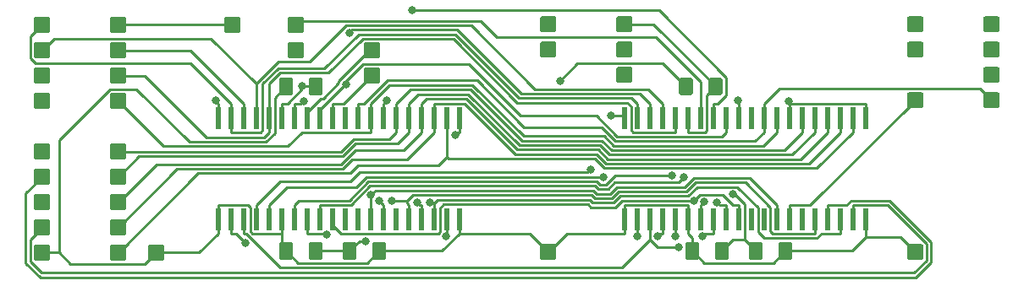
<source format=gtl>
G04 #@! TF.GenerationSoftware,KiCad,Pcbnew,(5.1.2-1)-1*
G04 #@! TF.CreationDate,2019-06-02T15:15:07+01:00*
G04 #@! TF.ProjectId,DRAM Board,4452414d-2042-46f6-9172-642e6b696361,rev?*
G04 #@! TF.SameCoordinates,Original*
G04 #@! TF.FileFunction,Copper,L1,Top*
G04 #@! TF.FilePolarity,Positive*
%FSLAX46Y46*%
G04 Gerber Fmt 4.6, Leading zero omitted, Abs format (unit mm)*
G04 Created by KiCad (PCBNEW (5.1.2-1)-1) date 2019-06-02 15:15:07*
%MOMM*%
%LPD*%
G04 APERTURE LIST*
%ADD10C,0.100000*%
%ADD11C,1.600000*%
%ADD12C,1.425000*%
%ADD13R,0.500000X2.200000*%
%ADD14C,0.800000*%
%ADD15C,0.250000*%
G04 APERTURE END LIST*
D10*
G36*
X143621603Y-96533763D02*
G01*
X143641018Y-96536643D01*
X143660057Y-96541412D01*
X143678537Y-96548024D01*
X143696279Y-96556416D01*
X143713114Y-96566506D01*
X143728879Y-96578198D01*
X143743421Y-96591379D01*
X143756602Y-96605921D01*
X143768294Y-96621686D01*
X143778384Y-96638521D01*
X143786776Y-96656263D01*
X143793388Y-96674743D01*
X143798157Y-96693782D01*
X143801037Y-96713197D01*
X143802000Y-96732800D01*
X143802000Y-97932800D01*
X143801037Y-97952403D01*
X143798157Y-97971818D01*
X143793388Y-97990857D01*
X143786776Y-98009337D01*
X143778384Y-98027079D01*
X143768294Y-98043914D01*
X143756602Y-98059679D01*
X143743421Y-98074221D01*
X143728879Y-98087402D01*
X143713114Y-98099094D01*
X143696279Y-98109184D01*
X143678537Y-98117576D01*
X143660057Y-98124188D01*
X143641018Y-98128957D01*
X143621603Y-98131837D01*
X143602000Y-98132800D01*
X142402000Y-98132800D01*
X142382397Y-98131837D01*
X142362982Y-98128957D01*
X142343943Y-98124188D01*
X142325463Y-98117576D01*
X142307721Y-98109184D01*
X142290886Y-98099094D01*
X142275121Y-98087402D01*
X142260579Y-98074221D01*
X142247398Y-98059679D01*
X142235706Y-98043914D01*
X142225616Y-98027079D01*
X142217224Y-98009337D01*
X142210612Y-97990857D01*
X142205843Y-97971818D01*
X142202963Y-97952403D01*
X142202000Y-97932800D01*
X142202000Y-96732800D01*
X142202963Y-96713197D01*
X142205843Y-96693782D01*
X142210612Y-96674743D01*
X142217224Y-96656263D01*
X142225616Y-96638521D01*
X142235706Y-96621686D01*
X142247398Y-96605921D01*
X142260579Y-96591379D01*
X142275121Y-96578198D01*
X142290886Y-96566506D01*
X142307721Y-96556416D01*
X142325463Y-96548024D01*
X142343943Y-96541412D01*
X142362982Y-96536643D01*
X142382397Y-96533763D01*
X142402000Y-96532800D01*
X143602000Y-96532800D01*
X143621603Y-96533763D01*
X143621603Y-96533763D01*
G37*
D11*
X143002000Y-97332800D03*
D10*
G36*
X167909504Y-96281204D02*
G01*
X167933773Y-96284804D01*
X167957571Y-96290765D01*
X167980671Y-96299030D01*
X168002849Y-96309520D01*
X168023893Y-96322133D01*
X168043598Y-96336747D01*
X168061777Y-96353223D01*
X168078253Y-96371402D01*
X168092867Y-96391107D01*
X168105480Y-96412151D01*
X168115970Y-96434329D01*
X168124235Y-96457429D01*
X168130196Y-96481227D01*
X168133796Y-96505496D01*
X168135000Y-96530000D01*
X168135000Y-97780000D01*
X168133796Y-97804504D01*
X168130196Y-97828773D01*
X168124235Y-97852571D01*
X168115970Y-97875671D01*
X168105480Y-97897849D01*
X168092867Y-97918893D01*
X168078253Y-97938598D01*
X168061777Y-97956777D01*
X168043598Y-97973253D01*
X168023893Y-97987867D01*
X168002849Y-98000480D01*
X167980671Y-98010970D01*
X167957571Y-98019235D01*
X167933773Y-98025196D01*
X167909504Y-98028796D01*
X167885000Y-98030000D01*
X166960000Y-98030000D01*
X166935496Y-98028796D01*
X166911227Y-98025196D01*
X166887429Y-98019235D01*
X166864329Y-98010970D01*
X166842151Y-98000480D01*
X166821107Y-97987867D01*
X166801402Y-97973253D01*
X166783223Y-97956777D01*
X166766747Y-97938598D01*
X166752133Y-97918893D01*
X166739520Y-97897849D01*
X166729030Y-97875671D01*
X166720765Y-97852571D01*
X166714804Y-97828773D01*
X166711204Y-97804504D01*
X166710000Y-97780000D01*
X166710000Y-96530000D01*
X166711204Y-96505496D01*
X166714804Y-96481227D01*
X166720765Y-96457429D01*
X166729030Y-96434329D01*
X166739520Y-96412151D01*
X166752133Y-96391107D01*
X166766747Y-96371402D01*
X166783223Y-96353223D01*
X166801402Y-96336747D01*
X166821107Y-96322133D01*
X166842151Y-96309520D01*
X166864329Y-96299030D01*
X166887429Y-96290765D01*
X166911227Y-96284804D01*
X166935496Y-96281204D01*
X166960000Y-96280000D01*
X167885000Y-96280000D01*
X167909504Y-96281204D01*
X167909504Y-96281204D01*
G37*
D12*
X167422500Y-97155000D03*
D10*
G36*
X170884504Y-96281204D02*
G01*
X170908773Y-96284804D01*
X170932571Y-96290765D01*
X170955671Y-96299030D01*
X170977849Y-96309520D01*
X170998893Y-96322133D01*
X171018598Y-96336747D01*
X171036777Y-96353223D01*
X171053253Y-96371402D01*
X171067867Y-96391107D01*
X171080480Y-96412151D01*
X171090970Y-96434329D01*
X171099235Y-96457429D01*
X171105196Y-96481227D01*
X171108796Y-96505496D01*
X171110000Y-96530000D01*
X171110000Y-97780000D01*
X171108796Y-97804504D01*
X171105196Y-97828773D01*
X171099235Y-97852571D01*
X171090970Y-97875671D01*
X171080480Y-97897849D01*
X171067867Y-97918893D01*
X171053253Y-97938598D01*
X171036777Y-97956777D01*
X171018598Y-97973253D01*
X170998893Y-97987867D01*
X170977849Y-98000480D01*
X170955671Y-98010970D01*
X170932571Y-98019235D01*
X170908773Y-98025196D01*
X170884504Y-98028796D01*
X170860000Y-98030000D01*
X169935000Y-98030000D01*
X169910496Y-98028796D01*
X169886227Y-98025196D01*
X169862429Y-98019235D01*
X169839329Y-98010970D01*
X169817151Y-98000480D01*
X169796107Y-97987867D01*
X169776402Y-97973253D01*
X169758223Y-97956777D01*
X169741747Y-97938598D01*
X169727133Y-97918893D01*
X169714520Y-97897849D01*
X169704030Y-97875671D01*
X169695765Y-97852571D01*
X169689804Y-97828773D01*
X169686204Y-97804504D01*
X169685000Y-97780000D01*
X169685000Y-96530000D01*
X169686204Y-96505496D01*
X169689804Y-96481227D01*
X169695765Y-96457429D01*
X169704030Y-96434329D01*
X169714520Y-96412151D01*
X169727133Y-96391107D01*
X169741747Y-96371402D01*
X169758223Y-96353223D01*
X169776402Y-96336747D01*
X169796107Y-96322133D01*
X169817151Y-96309520D01*
X169839329Y-96299030D01*
X169862429Y-96290765D01*
X169886227Y-96284804D01*
X169910496Y-96281204D01*
X169935000Y-96280000D01*
X170860000Y-96280000D01*
X170884504Y-96281204D01*
X170884504Y-96281204D01*
G37*
D12*
X170397500Y-97155000D03*
D10*
G36*
X174259504Y-96281204D02*
G01*
X174283773Y-96284804D01*
X174307571Y-96290765D01*
X174330671Y-96299030D01*
X174352849Y-96309520D01*
X174373893Y-96322133D01*
X174393598Y-96336747D01*
X174411777Y-96353223D01*
X174428253Y-96371402D01*
X174442867Y-96391107D01*
X174455480Y-96412151D01*
X174465970Y-96434329D01*
X174474235Y-96457429D01*
X174480196Y-96481227D01*
X174483796Y-96505496D01*
X174485000Y-96530000D01*
X174485000Y-97780000D01*
X174483796Y-97804504D01*
X174480196Y-97828773D01*
X174474235Y-97852571D01*
X174465970Y-97875671D01*
X174455480Y-97897849D01*
X174442867Y-97918893D01*
X174428253Y-97938598D01*
X174411777Y-97956777D01*
X174393598Y-97973253D01*
X174373893Y-97987867D01*
X174352849Y-98000480D01*
X174330671Y-98010970D01*
X174307571Y-98019235D01*
X174283773Y-98025196D01*
X174259504Y-98028796D01*
X174235000Y-98030000D01*
X173310000Y-98030000D01*
X173285496Y-98028796D01*
X173261227Y-98025196D01*
X173237429Y-98019235D01*
X173214329Y-98010970D01*
X173192151Y-98000480D01*
X173171107Y-97987867D01*
X173151402Y-97973253D01*
X173133223Y-97956777D01*
X173116747Y-97938598D01*
X173102133Y-97918893D01*
X173089520Y-97897849D01*
X173079030Y-97875671D01*
X173070765Y-97852571D01*
X173064804Y-97828773D01*
X173061204Y-97804504D01*
X173060000Y-97780000D01*
X173060000Y-96530000D01*
X173061204Y-96505496D01*
X173064804Y-96481227D01*
X173070765Y-96457429D01*
X173079030Y-96434329D01*
X173089520Y-96412151D01*
X173102133Y-96391107D01*
X173116747Y-96371402D01*
X173133223Y-96353223D01*
X173151402Y-96336747D01*
X173171107Y-96322133D01*
X173192151Y-96309520D01*
X173214329Y-96299030D01*
X173237429Y-96290765D01*
X173261227Y-96284804D01*
X173285496Y-96281204D01*
X173310000Y-96280000D01*
X174235000Y-96280000D01*
X174259504Y-96281204D01*
X174259504Y-96281204D01*
G37*
D12*
X173772500Y-97155000D03*
D10*
G36*
X177234504Y-96281204D02*
G01*
X177258773Y-96284804D01*
X177282571Y-96290765D01*
X177305671Y-96299030D01*
X177327849Y-96309520D01*
X177348893Y-96322133D01*
X177368598Y-96336747D01*
X177386777Y-96353223D01*
X177403253Y-96371402D01*
X177417867Y-96391107D01*
X177430480Y-96412151D01*
X177440970Y-96434329D01*
X177449235Y-96457429D01*
X177455196Y-96481227D01*
X177458796Y-96505496D01*
X177460000Y-96530000D01*
X177460000Y-97780000D01*
X177458796Y-97804504D01*
X177455196Y-97828773D01*
X177449235Y-97852571D01*
X177440970Y-97875671D01*
X177430480Y-97897849D01*
X177417867Y-97918893D01*
X177403253Y-97938598D01*
X177386777Y-97956777D01*
X177368598Y-97973253D01*
X177348893Y-97987867D01*
X177327849Y-98000480D01*
X177305671Y-98010970D01*
X177282571Y-98019235D01*
X177258773Y-98025196D01*
X177234504Y-98028796D01*
X177210000Y-98030000D01*
X176285000Y-98030000D01*
X176260496Y-98028796D01*
X176236227Y-98025196D01*
X176212429Y-98019235D01*
X176189329Y-98010970D01*
X176167151Y-98000480D01*
X176146107Y-97987867D01*
X176126402Y-97973253D01*
X176108223Y-97956777D01*
X176091747Y-97938598D01*
X176077133Y-97918893D01*
X176064520Y-97897849D01*
X176054030Y-97875671D01*
X176045765Y-97852571D01*
X176039804Y-97828773D01*
X176036204Y-97804504D01*
X176035000Y-97780000D01*
X176035000Y-96530000D01*
X176036204Y-96505496D01*
X176039804Y-96481227D01*
X176045765Y-96457429D01*
X176054030Y-96434329D01*
X176064520Y-96412151D01*
X176077133Y-96391107D01*
X176091747Y-96371402D01*
X176108223Y-96353223D01*
X176126402Y-96336747D01*
X176146107Y-96322133D01*
X176167151Y-96309520D01*
X176189329Y-96299030D01*
X176212429Y-96290765D01*
X176236227Y-96284804D01*
X176260496Y-96281204D01*
X176285000Y-96280000D01*
X177210000Y-96280000D01*
X177234504Y-96281204D01*
X177234504Y-96281204D01*
G37*
D12*
X176747500Y-97155000D03*
D10*
G36*
X167909504Y-79771204D02*
G01*
X167933773Y-79774804D01*
X167957571Y-79780765D01*
X167980671Y-79789030D01*
X168002849Y-79799520D01*
X168023893Y-79812133D01*
X168043598Y-79826747D01*
X168061777Y-79843223D01*
X168078253Y-79861402D01*
X168092867Y-79881107D01*
X168105480Y-79902151D01*
X168115970Y-79924329D01*
X168124235Y-79947429D01*
X168130196Y-79971227D01*
X168133796Y-79995496D01*
X168135000Y-80020000D01*
X168135000Y-81270000D01*
X168133796Y-81294504D01*
X168130196Y-81318773D01*
X168124235Y-81342571D01*
X168115970Y-81365671D01*
X168105480Y-81387849D01*
X168092867Y-81408893D01*
X168078253Y-81428598D01*
X168061777Y-81446777D01*
X168043598Y-81463253D01*
X168023893Y-81477867D01*
X168002849Y-81490480D01*
X167980671Y-81500970D01*
X167957571Y-81509235D01*
X167933773Y-81515196D01*
X167909504Y-81518796D01*
X167885000Y-81520000D01*
X166960000Y-81520000D01*
X166935496Y-81518796D01*
X166911227Y-81515196D01*
X166887429Y-81509235D01*
X166864329Y-81500970D01*
X166842151Y-81490480D01*
X166821107Y-81477867D01*
X166801402Y-81463253D01*
X166783223Y-81446777D01*
X166766747Y-81428598D01*
X166752133Y-81408893D01*
X166739520Y-81387849D01*
X166729030Y-81365671D01*
X166720765Y-81342571D01*
X166714804Y-81318773D01*
X166711204Y-81294504D01*
X166710000Y-81270000D01*
X166710000Y-80020000D01*
X166711204Y-79995496D01*
X166714804Y-79971227D01*
X166720765Y-79947429D01*
X166729030Y-79924329D01*
X166739520Y-79902151D01*
X166752133Y-79881107D01*
X166766747Y-79861402D01*
X166783223Y-79843223D01*
X166801402Y-79826747D01*
X166821107Y-79812133D01*
X166842151Y-79799520D01*
X166864329Y-79789030D01*
X166887429Y-79780765D01*
X166911227Y-79774804D01*
X166935496Y-79771204D01*
X166960000Y-79770000D01*
X167885000Y-79770000D01*
X167909504Y-79771204D01*
X167909504Y-79771204D01*
G37*
D12*
X167422500Y-80645000D03*
D10*
G36*
X170884504Y-79771204D02*
G01*
X170908773Y-79774804D01*
X170932571Y-79780765D01*
X170955671Y-79789030D01*
X170977849Y-79799520D01*
X170998893Y-79812133D01*
X171018598Y-79826747D01*
X171036777Y-79843223D01*
X171053253Y-79861402D01*
X171067867Y-79881107D01*
X171080480Y-79902151D01*
X171090970Y-79924329D01*
X171099235Y-79947429D01*
X171105196Y-79971227D01*
X171108796Y-79995496D01*
X171110000Y-80020000D01*
X171110000Y-81270000D01*
X171108796Y-81294504D01*
X171105196Y-81318773D01*
X171099235Y-81342571D01*
X171090970Y-81365671D01*
X171080480Y-81387849D01*
X171067867Y-81408893D01*
X171053253Y-81428598D01*
X171036777Y-81446777D01*
X171018598Y-81463253D01*
X170998893Y-81477867D01*
X170977849Y-81490480D01*
X170955671Y-81500970D01*
X170932571Y-81509235D01*
X170908773Y-81515196D01*
X170884504Y-81518796D01*
X170860000Y-81520000D01*
X169935000Y-81520000D01*
X169910496Y-81518796D01*
X169886227Y-81515196D01*
X169862429Y-81509235D01*
X169839329Y-81500970D01*
X169817151Y-81490480D01*
X169796107Y-81477867D01*
X169776402Y-81463253D01*
X169758223Y-81446777D01*
X169741747Y-81428598D01*
X169727133Y-81408893D01*
X169714520Y-81387849D01*
X169704030Y-81365671D01*
X169695765Y-81342571D01*
X169689804Y-81318773D01*
X169686204Y-81294504D01*
X169685000Y-81270000D01*
X169685000Y-80020000D01*
X169686204Y-79995496D01*
X169689804Y-79971227D01*
X169695765Y-79947429D01*
X169704030Y-79924329D01*
X169714520Y-79902151D01*
X169727133Y-79881107D01*
X169741747Y-79861402D01*
X169758223Y-79843223D01*
X169776402Y-79826747D01*
X169796107Y-79812133D01*
X169817151Y-79799520D01*
X169839329Y-79789030D01*
X169862429Y-79780765D01*
X169886227Y-79774804D01*
X169910496Y-79771204D01*
X169935000Y-79770000D01*
X170860000Y-79770000D01*
X170884504Y-79771204D01*
X170884504Y-79771204D01*
G37*
D12*
X170397500Y-80645000D03*
D10*
G36*
X211524504Y-96281204D02*
G01*
X211548773Y-96284804D01*
X211572571Y-96290765D01*
X211595671Y-96299030D01*
X211617849Y-96309520D01*
X211638893Y-96322133D01*
X211658598Y-96336747D01*
X211676777Y-96353223D01*
X211693253Y-96371402D01*
X211707867Y-96391107D01*
X211720480Y-96412151D01*
X211730970Y-96434329D01*
X211739235Y-96457429D01*
X211745196Y-96481227D01*
X211748796Y-96505496D01*
X211750000Y-96530000D01*
X211750000Y-97780000D01*
X211748796Y-97804504D01*
X211745196Y-97828773D01*
X211739235Y-97852571D01*
X211730970Y-97875671D01*
X211720480Y-97897849D01*
X211707867Y-97918893D01*
X211693253Y-97938598D01*
X211676777Y-97956777D01*
X211658598Y-97973253D01*
X211638893Y-97987867D01*
X211617849Y-98000480D01*
X211595671Y-98010970D01*
X211572571Y-98019235D01*
X211548773Y-98025196D01*
X211524504Y-98028796D01*
X211500000Y-98030000D01*
X210575000Y-98030000D01*
X210550496Y-98028796D01*
X210526227Y-98025196D01*
X210502429Y-98019235D01*
X210479329Y-98010970D01*
X210457151Y-98000480D01*
X210436107Y-97987867D01*
X210416402Y-97973253D01*
X210398223Y-97956777D01*
X210381747Y-97938598D01*
X210367133Y-97918893D01*
X210354520Y-97897849D01*
X210344030Y-97875671D01*
X210335765Y-97852571D01*
X210329804Y-97828773D01*
X210326204Y-97804504D01*
X210325000Y-97780000D01*
X210325000Y-96530000D01*
X210326204Y-96505496D01*
X210329804Y-96481227D01*
X210335765Y-96457429D01*
X210344030Y-96434329D01*
X210354520Y-96412151D01*
X210367133Y-96391107D01*
X210381747Y-96371402D01*
X210398223Y-96353223D01*
X210416402Y-96336747D01*
X210436107Y-96322133D01*
X210457151Y-96309520D01*
X210479329Y-96299030D01*
X210502429Y-96290765D01*
X210526227Y-96284804D01*
X210550496Y-96281204D01*
X210575000Y-96280000D01*
X211500000Y-96280000D01*
X211524504Y-96281204D01*
X211524504Y-96281204D01*
G37*
D12*
X211037500Y-97155000D03*
D10*
G36*
X208549504Y-96281204D02*
G01*
X208573773Y-96284804D01*
X208597571Y-96290765D01*
X208620671Y-96299030D01*
X208642849Y-96309520D01*
X208663893Y-96322133D01*
X208683598Y-96336747D01*
X208701777Y-96353223D01*
X208718253Y-96371402D01*
X208732867Y-96391107D01*
X208745480Y-96412151D01*
X208755970Y-96434329D01*
X208764235Y-96457429D01*
X208770196Y-96481227D01*
X208773796Y-96505496D01*
X208775000Y-96530000D01*
X208775000Y-97780000D01*
X208773796Y-97804504D01*
X208770196Y-97828773D01*
X208764235Y-97852571D01*
X208755970Y-97875671D01*
X208745480Y-97897849D01*
X208732867Y-97918893D01*
X208718253Y-97938598D01*
X208701777Y-97956777D01*
X208683598Y-97973253D01*
X208663893Y-97987867D01*
X208642849Y-98000480D01*
X208620671Y-98010970D01*
X208597571Y-98019235D01*
X208573773Y-98025196D01*
X208549504Y-98028796D01*
X208525000Y-98030000D01*
X207600000Y-98030000D01*
X207575496Y-98028796D01*
X207551227Y-98025196D01*
X207527429Y-98019235D01*
X207504329Y-98010970D01*
X207482151Y-98000480D01*
X207461107Y-97987867D01*
X207441402Y-97973253D01*
X207423223Y-97956777D01*
X207406747Y-97938598D01*
X207392133Y-97918893D01*
X207379520Y-97897849D01*
X207369030Y-97875671D01*
X207360765Y-97852571D01*
X207354804Y-97828773D01*
X207351204Y-97804504D01*
X207350000Y-97780000D01*
X207350000Y-96530000D01*
X207351204Y-96505496D01*
X207354804Y-96481227D01*
X207360765Y-96457429D01*
X207369030Y-96434329D01*
X207379520Y-96412151D01*
X207392133Y-96391107D01*
X207406747Y-96371402D01*
X207423223Y-96353223D01*
X207441402Y-96336747D01*
X207461107Y-96322133D01*
X207482151Y-96309520D01*
X207504329Y-96299030D01*
X207527429Y-96290765D01*
X207551227Y-96284804D01*
X207575496Y-96281204D01*
X207600000Y-96280000D01*
X208525000Y-96280000D01*
X208549504Y-96281204D01*
X208549504Y-96281204D01*
G37*
D12*
X208062500Y-97155000D03*
D10*
G36*
X238617603Y-78702963D02*
G01*
X238637018Y-78705843D01*
X238656057Y-78710612D01*
X238674537Y-78717224D01*
X238692279Y-78725616D01*
X238709114Y-78735706D01*
X238724879Y-78747398D01*
X238739421Y-78760579D01*
X238752602Y-78775121D01*
X238764294Y-78790886D01*
X238774384Y-78807721D01*
X238782776Y-78825463D01*
X238789388Y-78843943D01*
X238794157Y-78862982D01*
X238797037Y-78882397D01*
X238798000Y-78902000D01*
X238798000Y-80102000D01*
X238797037Y-80121603D01*
X238794157Y-80141018D01*
X238789388Y-80160057D01*
X238782776Y-80178537D01*
X238774384Y-80196279D01*
X238764294Y-80213114D01*
X238752602Y-80228879D01*
X238739421Y-80243421D01*
X238724879Y-80256602D01*
X238709114Y-80268294D01*
X238692279Y-80278384D01*
X238674537Y-80286776D01*
X238656057Y-80293388D01*
X238637018Y-80298157D01*
X238617603Y-80301037D01*
X238598000Y-80302000D01*
X237398000Y-80302000D01*
X237378397Y-80301037D01*
X237358982Y-80298157D01*
X237339943Y-80293388D01*
X237321463Y-80286776D01*
X237303721Y-80278384D01*
X237286886Y-80268294D01*
X237271121Y-80256602D01*
X237256579Y-80243421D01*
X237243398Y-80228879D01*
X237231706Y-80213114D01*
X237221616Y-80196279D01*
X237213224Y-80178537D01*
X237206612Y-80160057D01*
X237201843Y-80141018D01*
X237198963Y-80121603D01*
X237198000Y-80102000D01*
X237198000Y-78902000D01*
X237198963Y-78882397D01*
X237201843Y-78862982D01*
X237206612Y-78843943D01*
X237213224Y-78825463D01*
X237221616Y-78807721D01*
X237231706Y-78790886D01*
X237243398Y-78775121D01*
X237256579Y-78760579D01*
X237271121Y-78747398D01*
X237286886Y-78735706D01*
X237303721Y-78725616D01*
X237321463Y-78717224D01*
X237339943Y-78710612D01*
X237358982Y-78705843D01*
X237378397Y-78702963D01*
X237398000Y-78702000D01*
X238598000Y-78702000D01*
X238617603Y-78702963D01*
X238617603Y-78702963D01*
G37*
D11*
X237998000Y-79502000D03*
D10*
G36*
X230997603Y-76162963D02*
G01*
X231017018Y-76165843D01*
X231036057Y-76170612D01*
X231054537Y-76177224D01*
X231072279Y-76185616D01*
X231089114Y-76195706D01*
X231104879Y-76207398D01*
X231119421Y-76220579D01*
X231132602Y-76235121D01*
X231144294Y-76250886D01*
X231154384Y-76267721D01*
X231162776Y-76285463D01*
X231169388Y-76303943D01*
X231174157Y-76322982D01*
X231177037Y-76342397D01*
X231178000Y-76362000D01*
X231178000Y-77562000D01*
X231177037Y-77581603D01*
X231174157Y-77601018D01*
X231169388Y-77620057D01*
X231162776Y-77638537D01*
X231154384Y-77656279D01*
X231144294Y-77673114D01*
X231132602Y-77688879D01*
X231119421Y-77703421D01*
X231104879Y-77716602D01*
X231089114Y-77728294D01*
X231072279Y-77738384D01*
X231054537Y-77746776D01*
X231036057Y-77753388D01*
X231017018Y-77758157D01*
X230997603Y-77761037D01*
X230978000Y-77762000D01*
X229778000Y-77762000D01*
X229758397Y-77761037D01*
X229738982Y-77758157D01*
X229719943Y-77753388D01*
X229701463Y-77746776D01*
X229683721Y-77738384D01*
X229666886Y-77728294D01*
X229651121Y-77716602D01*
X229636579Y-77703421D01*
X229623398Y-77688879D01*
X229611706Y-77673114D01*
X229601616Y-77656279D01*
X229593224Y-77638537D01*
X229586612Y-77620057D01*
X229581843Y-77601018D01*
X229578963Y-77581603D01*
X229578000Y-77562000D01*
X229578000Y-76362000D01*
X229578963Y-76342397D01*
X229581843Y-76322982D01*
X229586612Y-76303943D01*
X229593224Y-76285463D01*
X229601616Y-76267721D01*
X229611706Y-76250886D01*
X229623398Y-76235121D01*
X229636579Y-76220579D01*
X229651121Y-76207398D01*
X229666886Y-76195706D01*
X229683721Y-76185616D01*
X229701463Y-76177224D01*
X229719943Y-76170612D01*
X229738982Y-76165843D01*
X229758397Y-76162963D01*
X229778000Y-76162000D01*
X230978000Y-76162000D01*
X230997603Y-76162963D01*
X230997603Y-76162963D01*
G37*
D11*
X230378000Y-76962000D03*
D10*
G36*
X238617603Y-76162963D02*
G01*
X238637018Y-76165843D01*
X238656057Y-76170612D01*
X238674537Y-76177224D01*
X238692279Y-76185616D01*
X238709114Y-76195706D01*
X238724879Y-76207398D01*
X238739421Y-76220579D01*
X238752602Y-76235121D01*
X238764294Y-76250886D01*
X238774384Y-76267721D01*
X238782776Y-76285463D01*
X238789388Y-76303943D01*
X238794157Y-76322982D01*
X238797037Y-76342397D01*
X238798000Y-76362000D01*
X238798000Y-77562000D01*
X238797037Y-77581603D01*
X238794157Y-77601018D01*
X238789388Y-77620057D01*
X238782776Y-77638537D01*
X238774384Y-77656279D01*
X238764294Y-77673114D01*
X238752602Y-77688879D01*
X238739421Y-77703421D01*
X238724879Y-77716602D01*
X238709114Y-77728294D01*
X238692279Y-77738384D01*
X238674537Y-77746776D01*
X238656057Y-77753388D01*
X238637018Y-77758157D01*
X238617603Y-77761037D01*
X238598000Y-77762000D01*
X237398000Y-77762000D01*
X237378397Y-77761037D01*
X237358982Y-77758157D01*
X237339943Y-77753388D01*
X237321463Y-77746776D01*
X237303721Y-77738384D01*
X237286886Y-77728294D01*
X237271121Y-77716602D01*
X237256579Y-77703421D01*
X237243398Y-77688879D01*
X237231706Y-77673114D01*
X237221616Y-77656279D01*
X237213224Y-77638537D01*
X237206612Y-77620057D01*
X237201843Y-77601018D01*
X237198963Y-77581603D01*
X237198000Y-77562000D01*
X237198000Y-76362000D01*
X237198963Y-76342397D01*
X237201843Y-76322982D01*
X237206612Y-76303943D01*
X237213224Y-76285463D01*
X237221616Y-76267721D01*
X237231706Y-76250886D01*
X237243398Y-76235121D01*
X237256579Y-76220579D01*
X237271121Y-76207398D01*
X237286886Y-76195706D01*
X237303721Y-76185616D01*
X237321463Y-76177224D01*
X237339943Y-76170612D01*
X237358982Y-76165843D01*
X237378397Y-76162963D01*
X237398000Y-76162000D01*
X238598000Y-76162000D01*
X238617603Y-76162963D01*
X238617603Y-76162963D01*
G37*
D11*
X237998000Y-76962000D03*
D10*
G36*
X230997603Y-73622963D02*
G01*
X231017018Y-73625843D01*
X231036057Y-73630612D01*
X231054537Y-73637224D01*
X231072279Y-73645616D01*
X231089114Y-73655706D01*
X231104879Y-73667398D01*
X231119421Y-73680579D01*
X231132602Y-73695121D01*
X231144294Y-73710886D01*
X231154384Y-73727721D01*
X231162776Y-73745463D01*
X231169388Y-73763943D01*
X231174157Y-73782982D01*
X231177037Y-73802397D01*
X231178000Y-73822000D01*
X231178000Y-75022000D01*
X231177037Y-75041603D01*
X231174157Y-75061018D01*
X231169388Y-75080057D01*
X231162776Y-75098537D01*
X231154384Y-75116279D01*
X231144294Y-75133114D01*
X231132602Y-75148879D01*
X231119421Y-75163421D01*
X231104879Y-75176602D01*
X231089114Y-75188294D01*
X231072279Y-75198384D01*
X231054537Y-75206776D01*
X231036057Y-75213388D01*
X231017018Y-75218157D01*
X230997603Y-75221037D01*
X230978000Y-75222000D01*
X229778000Y-75222000D01*
X229758397Y-75221037D01*
X229738982Y-75218157D01*
X229719943Y-75213388D01*
X229701463Y-75206776D01*
X229683721Y-75198384D01*
X229666886Y-75188294D01*
X229651121Y-75176602D01*
X229636579Y-75163421D01*
X229623398Y-75148879D01*
X229611706Y-75133114D01*
X229601616Y-75116279D01*
X229593224Y-75098537D01*
X229586612Y-75080057D01*
X229581843Y-75061018D01*
X229578963Y-75041603D01*
X229578000Y-75022000D01*
X229578000Y-73822000D01*
X229578963Y-73802397D01*
X229581843Y-73782982D01*
X229586612Y-73763943D01*
X229593224Y-73745463D01*
X229601616Y-73727721D01*
X229611706Y-73710886D01*
X229623398Y-73695121D01*
X229636579Y-73680579D01*
X229651121Y-73667398D01*
X229666886Y-73655706D01*
X229683721Y-73645616D01*
X229701463Y-73637224D01*
X229719943Y-73630612D01*
X229738982Y-73625843D01*
X229758397Y-73622963D01*
X229778000Y-73622000D01*
X230978000Y-73622000D01*
X230997603Y-73622963D01*
X230997603Y-73622963D01*
G37*
D11*
X230378000Y-74422000D03*
D10*
G36*
X201889603Y-78677563D02*
G01*
X201909018Y-78680443D01*
X201928057Y-78685212D01*
X201946537Y-78691824D01*
X201964279Y-78700216D01*
X201981114Y-78710306D01*
X201996879Y-78721998D01*
X202011421Y-78735179D01*
X202024602Y-78749721D01*
X202036294Y-78765486D01*
X202046384Y-78782321D01*
X202054776Y-78800063D01*
X202061388Y-78818543D01*
X202066157Y-78837582D01*
X202069037Y-78856997D01*
X202070000Y-78876600D01*
X202070000Y-80076600D01*
X202069037Y-80096203D01*
X202066157Y-80115618D01*
X202061388Y-80134657D01*
X202054776Y-80153137D01*
X202046384Y-80170879D01*
X202036294Y-80187714D01*
X202024602Y-80203479D01*
X202011421Y-80218021D01*
X201996879Y-80231202D01*
X201981114Y-80242894D01*
X201964279Y-80252984D01*
X201946537Y-80261376D01*
X201928057Y-80267988D01*
X201909018Y-80272757D01*
X201889603Y-80275637D01*
X201870000Y-80276600D01*
X200670000Y-80276600D01*
X200650397Y-80275637D01*
X200630982Y-80272757D01*
X200611943Y-80267988D01*
X200593463Y-80261376D01*
X200575721Y-80252984D01*
X200558886Y-80242894D01*
X200543121Y-80231202D01*
X200528579Y-80218021D01*
X200515398Y-80203479D01*
X200503706Y-80187714D01*
X200493616Y-80170879D01*
X200485224Y-80153137D01*
X200478612Y-80134657D01*
X200473843Y-80115618D01*
X200470963Y-80096203D01*
X200470000Y-80076600D01*
X200470000Y-78876600D01*
X200470963Y-78856997D01*
X200473843Y-78837582D01*
X200478612Y-78818543D01*
X200485224Y-78800063D01*
X200493616Y-78782321D01*
X200503706Y-78765486D01*
X200515398Y-78749721D01*
X200528579Y-78735179D01*
X200543121Y-78721998D01*
X200558886Y-78710306D01*
X200575721Y-78700216D01*
X200593463Y-78691824D01*
X200611943Y-78685212D01*
X200630982Y-78680443D01*
X200650397Y-78677563D01*
X200670000Y-78676600D01*
X201870000Y-78676600D01*
X201889603Y-78677563D01*
X201889603Y-78677563D01*
G37*
D11*
X201270000Y-79476600D03*
D10*
G36*
X194269603Y-76137563D02*
G01*
X194289018Y-76140443D01*
X194308057Y-76145212D01*
X194326537Y-76151824D01*
X194344279Y-76160216D01*
X194361114Y-76170306D01*
X194376879Y-76181998D01*
X194391421Y-76195179D01*
X194404602Y-76209721D01*
X194416294Y-76225486D01*
X194426384Y-76242321D01*
X194434776Y-76260063D01*
X194441388Y-76278543D01*
X194446157Y-76297582D01*
X194449037Y-76316997D01*
X194450000Y-76336600D01*
X194450000Y-77536600D01*
X194449037Y-77556203D01*
X194446157Y-77575618D01*
X194441388Y-77594657D01*
X194434776Y-77613137D01*
X194426384Y-77630879D01*
X194416294Y-77647714D01*
X194404602Y-77663479D01*
X194391421Y-77678021D01*
X194376879Y-77691202D01*
X194361114Y-77702894D01*
X194344279Y-77712984D01*
X194326537Y-77721376D01*
X194308057Y-77727988D01*
X194289018Y-77732757D01*
X194269603Y-77735637D01*
X194250000Y-77736600D01*
X193050000Y-77736600D01*
X193030397Y-77735637D01*
X193010982Y-77732757D01*
X192991943Y-77727988D01*
X192973463Y-77721376D01*
X192955721Y-77712984D01*
X192938886Y-77702894D01*
X192923121Y-77691202D01*
X192908579Y-77678021D01*
X192895398Y-77663479D01*
X192883706Y-77647714D01*
X192873616Y-77630879D01*
X192865224Y-77613137D01*
X192858612Y-77594657D01*
X192853843Y-77575618D01*
X192850963Y-77556203D01*
X192850000Y-77536600D01*
X192850000Y-76336600D01*
X192850963Y-76316997D01*
X192853843Y-76297582D01*
X192858612Y-76278543D01*
X192865224Y-76260063D01*
X192873616Y-76242321D01*
X192883706Y-76225486D01*
X192895398Y-76209721D01*
X192908579Y-76195179D01*
X192923121Y-76181998D01*
X192938886Y-76170306D01*
X192955721Y-76160216D01*
X192973463Y-76151824D01*
X192991943Y-76145212D01*
X193010982Y-76140443D01*
X193030397Y-76137563D01*
X193050000Y-76136600D01*
X194250000Y-76136600D01*
X194269603Y-76137563D01*
X194269603Y-76137563D01*
G37*
D11*
X193650000Y-76936600D03*
D10*
G36*
X201889603Y-76137563D02*
G01*
X201909018Y-76140443D01*
X201928057Y-76145212D01*
X201946537Y-76151824D01*
X201964279Y-76160216D01*
X201981114Y-76170306D01*
X201996879Y-76181998D01*
X202011421Y-76195179D01*
X202024602Y-76209721D01*
X202036294Y-76225486D01*
X202046384Y-76242321D01*
X202054776Y-76260063D01*
X202061388Y-76278543D01*
X202066157Y-76297582D01*
X202069037Y-76316997D01*
X202070000Y-76336600D01*
X202070000Y-77536600D01*
X202069037Y-77556203D01*
X202066157Y-77575618D01*
X202061388Y-77594657D01*
X202054776Y-77613137D01*
X202046384Y-77630879D01*
X202036294Y-77647714D01*
X202024602Y-77663479D01*
X202011421Y-77678021D01*
X201996879Y-77691202D01*
X201981114Y-77702894D01*
X201964279Y-77712984D01*
X201946537Y-77721376D01*
X201928057Y-77727988D01*
X201909018Y-77732757D01*
X201889603Y-77735637D01*
X201870000Y-77736600D01*
X200670000Y-77736600D01*
X200650397Y-77735637D01*
X200630982Y-77732757D01*
X200611943Y-77727988D01*
X200593463Y-77721376D01*
X200575721Y-77712984D01*
X200558886Y-77702894D01*
X200543121Y-77691202D01*
X200528579Y-77678021D01*
X200515398Y-77663479D01*
X200503706Y-77647714D01*
X200493616Y-77630879D01*
X200485224Y-77613137D01*
X200478612Y-77594657D01*
X200473843Y-77575618D01*
X200470963Y-77556203D01*
X200470000Y-77536600D01*
X200470000Y-76336600D01*
X200470963Y-76316997D01*
X200473843Y-76297582D01*
X200478612Y-76278543D01*
X200485224Y-76260063D01*
X200493616Y-76242321D01*
X200503706Y-76225486D01*
X200515398Y-76209721D01*
X200528579Y-76195179D01*
X200543121Y-76181998D01*
X200558886Y-76170306D01*
X200575721Y-76160216D01*
X200593463Y-76151824D01*
X200611943Y-76145212D01*
X200630982Y-76140443D01*
X200650397Y-76137563D01*
X200670000Y-76136600D01*
X201870000Y-76136600D01*
X201889603Y-76137563D01*
X201889603Y-76137563D01*
G37*
D11*
X201270000Y-76936600D03*
D10*
G36*
X194269603Y-73597563D02*
G01*
X194289018Y-73600443D01*
X194308057Y-73605212D01*
X194326537Y-73611824D01*
X194344279Y-73620216D01*
X194361114Y-73630306D01*
X194376879Y-73641998D01*
X194391421Y-73655179D01*
X194404602Y-73669721D01*
X194416294Y-73685486D01*
X194426384Y-73702321D01*
X194434776Y-73720063D01*
X194441388Y-73738543D01*
X194446157Y-73757582D01*
X194449037Y-73776997D01*
X194450000Y-73796600D01*
X194450000Y-74996600D01*
X194449037Y-75016203D01*
X194446157Y-75035618D01*
X194441388Y-75054657D01*
X194434776Y-75073137D01*
X194426384Y-75090879D01*
X194416294Y-75107714D01*
X194404602Y-75123479D01*
X194391421Y-75138021D01*
X194376879Y-75151202D01*
X194361114Y-75162894D01*
X194344279Y-75172984D01*
X194326537Y-75181376D01*
X194308057Y-75187988D01*
X194289018Y-75192757D01*
X194269603Y-75195637D01*
X194250000Y-75196600D01*
X193050000Y-75196600D01*
X193030397Y-75195637D01*
X193010982Y-75192757D01*
X192991943Y-75187988D01*
X192973463Y-75181376D01*
X192955721Y-75172984D01*
X192938886Y-75162894D01*
X192923121Y-75151202D01*
X192908579Y-75138021D01*
X192895398Y-75123479D01*
X192883706Y-75107714D01*
X192873616Y-75090879D01*
X192865224Y-75073137D01*
X192858612Y-75054657D01*
X192853843Y-75035618D01*
X192850963Y-75016203D01*
X192850000Y-74996600D01*
X192850000Y-73796600D01*
X192850963Y-73776997D01*
X192853843Y-73757582D01*
X192858612Y-73738543D01*
X192865224Y-73720063D01*
X192873616Y-73702321D01*
X192883706Y-73685486D01*
X192895398Y-73669721D01*
X192908579Y-73655179D01*
X192923121Y-73641998D01*
X192938886Y-73630306D01*
X192955721Y-73620216D01*
X192973463Y-73611824D01*
X192991943Y-73605212D01*
X193010982Y-73600443D01*
X193030397Y-73597563D01*
X193050000Y-73596600D01*
X194250000Y-73596600D01*
X194269603Y-73597563D01*
X194269603Y-73597563D01*
G37*
D11*
X193650000Y-74396600D03*
D10*
G36*
X176641603Y-78753763D02*
G01*
X176661018Y-78756643D01*
X176680057Y-78761412D01*
X176698537Y-78768024D01*
X176716279Y-78776416D01*
X176733114Y-78786506D01*
X176748879Y-78798198D01*
X176763421Y-78811379D01*
X176776602Y-78825921D01*
X176788294Y-78841686D01*
X176798384Y-78858521D01*
X176806776Y-78876263D01*
X176813388Y-78894743D01*
X176818157Y-78913782D01*
X176821037Y-78933197D01*
X176822000Y-78952800D01*
X176822000Y-80152800D01*
X176821037Y-80172403D01*
X176818157Y-80191818D01*
X176813388Y-80210857D01*
X176806776Y-80229337D01*
X176798384Y-80247079D01*
X176788294Y-80263914D01*
X176776602Y-80279679D01*
X176763421Y-80294221D01*
X176748879Y-80307402D01*
X176733114Y-80319094D01*
X176716279Y-80329184D01*
X176698537Y-80337576D01*
X176680057Y-80344188D01*
X176661018Y-80348957D01*
X176641603Y-80351837D01*
X176622000Y-80352800D01*
X175422000Y-80352800D01*
X175402397Y-80351837D01*
X175382982Y-80348957D01*
X175363943Y-80344188D01*
X175345463Y-80337576D01*
X175327721Y-80329184D01*
X175310886Y-80319094D01*
X175295121Y-80307402D01*
X175280579Y-80294221D01*
X175267398Y-80279679D01*
X175255706Y-80263914D01*
X175245616Y-80247079D01*
X175237224Y-80229337D01*
X175230612Y-80210857D01*
X175225843Y-80191818D01*
X175222963Y-80172403D01*
X175222000Y-80152800D01*
X175222000Y-78952800D01*
X175222963Y-78933197D01*
X175225843Y-78913782D01*
X175230612Y-78894743D01*
X175237224Y-78876263D01*
X175245616Y-78858521D01*
X175255706Y-78841686D01*
X175267398Y-78825921D01*
X175280579Y-78811379D01*
X175295121Y-78798198D01*
X175310886Y-78786506D01*
X175327721Y-78776416D01*
X175345463Y-78768024D01*
X175363943Y-78761412D01*
X175382982Y-78756643D01*
X175402397Y-78753763D01*
X175422000Y-78752800D01*
X176622000Y-78752800D01*
X176641603Y-78753763D01*
X176641603Y-78753763D01*
G37*
D11*
X176022000Y-79552800D03*
D10*
G36*
X169021603Y-76213763D02*
G01*
X169041018Y-76216643D01*
X169060057Y-76221412D01*
X169078537Y-76228024D01*
X169096279Y-76236416D01*
X169113114Y-76246506D01*
X169128879Y-76258198D01*
X169143421Y-76271379D01*
X169156602Y-76285921D01*
X169168294Y-76301686D01*
X169178384Y-76318521D01*
X169186776Y-76336263D01*
X169193388Y-76354743D01*
X169198157Y-76373782D01*
X169201037Y-76393197D01*
X169202000Y-76412800D01*
X169202000Y-77612800D01*
X169201037Y-77632403D01*
X169198157Y-77651818D01*
X169193388Y-77670857D01*
X169186776Y-77689337D01*
X169178384Y-77707079D01*
X169168294Y-77723914D01*
X169156602Y-77739679D01*
X169143421Y-77754221D01*
X169128879Y-77767402D01*
X169113114Y-77779094D01*
X169096279Y-77789184D01*
X169078537Y-77797576D01*
X169060057Y-77804188D01*
X169041018Y-77808957D01*
X169021603Y-77811837D01*
X169002000Y-77812800D01*
X167802000Y-77812800D01*
X167782397Y-77811837D01*
X167762982Y-77808957D01*
X167743943Y-77804188D01*
X167725463Y-77797576D01*
X167707721Y-77789184D01*
X167690886Y-77779094D01*
X167675121Y-77767402D01*
X167660579Y-77754221D01*
X167647398Y-77739679D01*
X167635706Y-77723914D01*
X167625616Y-77707079D01*
X167617224Y-77689337D01*
X167610612Y-77670857D01*
X167605843Y-77651818D01*
X167602963Y-77632403D01*
X167602000Y-77612800D01*
X167602000Y-76412800D01*
X167602963Y-76393197D01*
X167605843Y-76373782D01*
X167610612Y-76354743D01*
X167617224Y-76336263D01*
X167625616Y-76318521D01*
X167635706Y-76301686D01*
X167647398Y-76285921D01*
X167660579Y-76271379D01*
X167675121Y-76258198D01*
X167690886Y-76246506D01*
X167707721Y-76236416D01*
X167725463Y-76228024D01*
X167743943Y-76221412D01*
X167762982Y-76216643D01*
X167782397Y-76213763D01*
X167802000Y-76212800D01*
X169002000Y-76212800D01*
X169021603Y-76213763D01*
X169021603Y-76213763D01*
G37*
D11*
X168402000Y-77012800D03*
D10*
G36*
X176641603Y-76213763D02*
G01*
X176661018Y-76216643D01*
X176680057Y-76221412D01*
X176698537Y-76228024D01*
X176716279Y-76236416D01*
X176733114Y-76246506D01*
X176748879Y-76258198D01*
X176763421Y-76271379D01*
X176776602Y-76285921D01*
X176788294Y-76301686D01*
X176798384Y-76318521D01*
X176806776Y-76336263D01*
X176813388Y-76354743D01*
X176818157Y-76373782D01*
X176821037Y-76393197D01*
X176822000Y-76412800D01*
X176822000Y-77612800D01*
X176821037Y-77632403D01*
X176818157Y-77651818D01*
X176813388Y-77670857D01*
X176806776Y-77689337D01*
X176798384Y-77707079D01*
X176788294Y-77723914D01*
X176776602Y-77739679D01*
X176763421Y-77754221D01*
X176748879Y-77767402D01*
X176733114Y-77779094D01*
X176716279Y-77789184D01*
X176698537Y-77797576D01*
X176680057Y-77804188D01*
X176661018Y-77808957D01*
X176641603Y-77811837D01*
X176622000Y-77812800D01*
X175422000Y-77812800D01*
X175402397Y-77811837D01*
X175382982Y-77808957D01*
X175363943Y-77804188D01*
X175345463Y-77797576D01*
X175327721Y-77789184D01*
X175310886Y-77779094D01*
X175295121Y-77767402D01*
X175280579Y-77754221D01*
X175267398Y-77739679D01*
X175255706Y-77723914D01*
X175245616Y-77707079D01*
X175237224Y-77689337D01*
X175230612Y-77670857D01*
X175225843Y-77651818D01*
X175222963Y-77632403D01*
X175222000Y-77612800D01*
X175222000Y-76412800D01*
X175222963Y-76393197D01*
X175225843Y-76373782D01*
X175230612Y-76354743D01*
X175237224Y-76336263D01*
X175245616Y-76318521D01*
X175255706Y-76301686D01*
X175267398Y-76285921D01*
X175280579Y-76271379D01*
X175295121Y-76258198D01*
X175310886Y-76246506D01*
X175327721Y-76236416D01*
X175345463Y-76228024D01*
X175363943Y-76221412D01*
X175382982Y-76216643D01*
X175402397Y-76213763D01*
X175422000Y-76212800D01*
X176622000Y-76212800D01*
X176641603Y-76213763D01*
X176641603Y-76213763D01*
G37*
D11*
X176022000Y-77012800D03*
D10*
G36*
X169021603Y-73673963D02*
G01*
X169041018Y-73676843D01*
X169060057Y-73681612D01*
X169078537Y-73688224D01*
X169096279Y-73696616D01*
X169113114Y-73706706D01*
X169128879Y-73718398D01*
X169143421Y-73731579D01*
X169156602Y-73746121D01*
X169168294Y-73761886D01*
X169178384Y-73778721D01*
X169186776Y-73796463D01*
X169193388Y-73814943D01*
X169198157Y-73833982D01*
X169201037Y-73853397D01*
X169202000Y-73873000D01*
X169202000Y-75073000D01*
X169201037Y-75092603D01*
X169198157Y-75112018D01*
X169193388Y-75131057D01*
X169186776Y-75149537D01*
X169178384Y-75167279D01*
X169168294Y-75184114D01*
X169156602Y-75199879D01*
X169143421Y-75214421D01*
X169128879Y-75227602D01*
X169113114Y-75239294D01*
X169096279Y-75249384D01*
X169078537Y-75257776D01*
X169060057Y-75264388D01*
X169041018Y-75269157D01*
X169021603Y-75272037D01*
X169002000Y-75273000D01*
X167802000Y-75273000D01*
X167782397Y-75272037D01*
X167762982Y-75269157D01*
X167743943Y-75264388D01*
X167725463Y-75257776D01*
X167707721Y-75249384D01*
X167690886Y-75239294D01*
X167675121Y-75227602D01*
X167660579Y-75214421D01*
X167647398Y-75199879D01*
X167635706Y-75184114D01*
X167625616Y-75167279D01*
X167617224Y-75149537D01*
X167610612Y-75131057D01*
X167605843Y-75112018D01*
X167602963Y-75092603D01*
X167602000Y-75073000D01*
X167602000Y-73873000D01*
X167602963Y-73853397D01*
X167605843Y-73833982D01*
X167610612Y-73814943D01*
X167617224Y-73796463D01*
X167625616Y-73778721D01*
X167635706Y-73761886D01*
X167647398Y-73746121D01*
X167660579Y-73731579D01*
X167675121Y-73718398D01*
X167690886Y-73706706D01*
X167707721Y-73696616D01*
X167725463Y-73688224D01*
X167743943Y-73681612D01*
X167762982Y-73676843D01*
X167782397Y-73673963D01*
X167802000Y-73673000D01*
X169002000Y-73673000D01*
X169021603Y-73673963D01*
X169021603Y-73673963D01*
G37*
D11*
X168402000Y-74473000D03*
D10*
G36*
X151241603Y-78766463D02*
G01*
X151261018Y-78769343D01*
X151280057Y-78774112D01*
X151298537Y-78780724D01*
X151316279Y-78789116D01*
X151333114Y-78799206D01*
X151348879Y-78810898D01*
X151363421Y-78824079D01*
X151376602Y-78838621D01*
X151388294Y-78854386D01*
X151398384Y-78871221D01*
X151406776Y-78888963D01*
X151413388Y-78907443D01*
X151418157Y-78926482D01*
X151421037Y-78945897D01*
X151422000Y-78965500D01*
X151422000Y-80165500D01*
X151421037Y-80185103D01*
X151418157Y-80204518D01*
X151413388Y-80223557D01*
X151406776Y-80242037D01*
X151398384Y-80259779D01*
X151388294Y-80276614D01*
X151376602Y-80292379D01*
X151363421Y-80306921D01*
X151348879Y-80320102D01*
X151333114Y-80331794D01*
X151316279Y-80341884D01*
X151298537Y-80350276D01*
X151280057Y-80356888D01*
X151261018Y-80361657D01*
X151241603Y-80364537D01*
X151222000Y-80365500D01*
X150022000Y-80365500D01*
X150002397Y-80364537D01*
X149982982Y-80361657D01*
X149963943Y-80356888D01*
X149945463Y-80350276D01*
X149927721Y-80341884D01*
X149910886Y-80331794D01*
X149895121Y-80320102D01*
X149880579Y-80306921D01*
X149867398Y-80292379D01*
X149855706Y-80276614D01*
X149845616Y-80259779D01*
X149837224Y-80242037D01*
X149830612Y-80223557D01*
X149825843Y-80204518D01*
X149822963Y-80185103D01*
X149822000Y-80165500D01*
X149822000Y-78965500D01*
X149822963Y-78945897D01*
X149825843Y-78926482D01*
X149830612Y-78907443D01*
X149837224Y-78888963D01*
X149845616Y-78871221D01*
X149855706Y-78854386D01*
X149867398Y-78838621D01*
X149880579Y-78824079D01*
X149895121Y-78810898D01*
X149910886Y-78799206D01*
X149927721Y-78789116D01*
X149945463Y-78780724D01*
X149963943Y-78774112D01*
X149982982Y-78769343D01*
X150002397Y-78766463D01*
X150022000Y-78765500D01*
X151222000Y-78765500D01*
X151241603Y-78766463D01*
X151241603Y-78766463D01*
G37*
D11*
X150622000Y-79565500D03*
D10*
G36*
X143621603Y-76226463D02*
G01*
X143641018Y-76229343D01*
X143660057Y-76234112D01*
X143678537Y-76240724D01*
X143696279Y-76249116D01*
X143713114Y-76259206D01*
X143728879Y-76270898D01*
X143743421Y-76284079D01*
X143756602Y-76298621D01*
X143768294Y-76314386D01*
X143778384Y-76331221D01*
X143786776Y-76348963D01*
X143793388Y-76367443D01*
X143798157Y-76386482D01*
X143801037Y-76405897D01*
X143802000Y-76425500D01*
X143802000Y-77625500D01*
X143801037Y-77645103D01*
X143798157Y-77664518D01*
X143793388Y-77683557D01*
X143786776Y-77702037D01*
X143778384Y-77719779D01*
X143768294Y-77736614D01*
X143756602Y-77752379D01*
X143743421Y-77766921D01*
X143728879Y-77780102D01*
X143713114Y-77791794D01*
X143696279Y-77801884D01*
X143678537Y-77810276D01*
X143660057Y-77816888D01*
X143641018Y-77821657D01*
X143621603Y-77824537D01*
X143602000Y-77825500D01*
X142402000Y-77825500D01*
X142382397Y-77824537D01*
X142362982Y-77821657D01*
X142343943Y-77816888D01*
X142325463Y-77810276D01*
X142307721Y-77801884D01*
X142290886Y-77791794D01*
X142275121Y-77780102D01*
X142260579Y-77766921D01*
X142247398Y-77752379D01*
X142235706Y-77736614D01*
X142225616Y-77719779D01*
X142217224Y-77702037D01*
X142210612Y-77683557D01*
X142205843Y-77664518D01*
X142202963Y-77645103D01*
X142202000Y-77625500D01*
X142202000Y-76425500D01*
X142202963Y-76405897D01*
X142205843Y-76386482D01*
X142210612Y-76367443D01*
X142217224Y-76348963D01*
X142225616Y-76331221D01*
X142235706Y-76314386D01*
X142247398Y-76298621D01*
X142260579Y-76284079D01*
X142275121Y-76270898D01*
X142290886Y-76259206D01*
X142307721Y-76249116D01*
X142325463Y-76240724D01*
X142343943Y-76234112D01*
X142362982Y-76229343D01*
X142382397Y-76226463D01*
X142402000Y-76225500D01*
X143602000Y-76225500D01*
X143621603Y-76226463D01*
X143621603Y-76226463D01*
G37*
D11*
X143002000Y-77025500D03*
D10*
G36*
X151241603Y-76226463D02*
G01*
X151261018Y-76229343D01*
X151280057Y-76234112D01*
X151298537Y-76240724D01*
X151316279Y-76249116D01*
X151333114Y-76259206D01*
X151348879Y-76270898D01*
X151363421Y-76284079D01*
X151376602Y-76298621D01*
X151388294Y-76314386D01*
X151398384Y-76331221D01*
X151406776Y-76348963D01*
X151413388Y-76367443D01*
X151418157Y-76386482D01*
X151421037Y-76405897D01*
X151422000Y-76425500D01*
X151422000Y-77625500D01*
X151421037Y-77645103D01*
X151418157Y-77664518D01*
X151413388Y-77683557D01*
X151406776Y-77702037D01*
X151398384Y-77719779D01*
X151388294Y-77736614D01*
X151376602Y-77752379D01*
X151363421Y-77766921D01*
X151348879Y-77780102D01*
X151333114Y-77791794D01*
X151316279Y-77801884D01*
X151298537Y-77810276D01*
X151280057Y-77816888D01*
X151261018Y-77821657D01*
X151241603Y-77824537D01*
X151222000Y-77825500D01*
X150022000Y-77825500D01*
X150002397Y-77824537D01*
X149982982Y-77821657D01*
X149963943Y-77816888D01*
X149945463Y-77810276D01*
X149927721Y-77801884D01*
X149910886Y-77791794D01*
X149895121Y-77780102D01*
X149880579Y-77766921D01*
X149867398Y-77752379D01*
X149855706Y-77736614D01*
X149845616Y-77719779D01*
X149837224Y-77702037D01*
X149830612Y-77683557D01*
X149825843Y-77664518D01*
X149822963Y-77645103D01*
X149822000Y-77625500D01*
X149822000Y-76425500D01*
X149822963Y-76405897D01*
X149825843Y-76386482D01*
X149830612Y-76367443D01*
X149837224Y-76348963D01*
X149845616Y-76331221D01*
X149855706Y-76314386D01*
X149867398Y-76298621D01*
X149880579Y-76284079D01*
X149895121Y-76270898D01*
X149910886Y-76259206D01*
X149927721Y-76249116D01*
X149945463Y-76240724D01*
X149963943Y-76234112D01*
X149982982Y-76229343D01*
X150002397Y-76226463D01*
X150022000Y-76225500D01*
X151222000Y-76225500D01*
X151241603Y-76226463D01*
X151241603Y-76226463D01*
G37*
D11*
X150622000Y-77025500D03*
D10*
G36*
X143621603Y-73673963D02*
G01*
X143641018Y-73676843D01*
X143660057Y-73681612D01*
X143678537Y-73688224D01*
X143696279Y-73696616D01*
X143713114Y-73706706D01*
X143728879Y-73718398D01*
X143743421Y-73731579D01*
X143756602Y-73746121D01*
X143768294Y-73761886D01*
X143778384Y-73778721D01*
X143786776Y-73796463D01*
X143793388Y-73814943D01*
X143798157Y-73833982D01*
X143801037Y-73853397D01*
X143802000Y-73873000D01*
X143802000Y-75073000D01*
X143801037Y-75092603D01*
X143798157Y-75112018D01*
X143793388Y-75131057D01*
X143786776Y-75149537D01*
X143778384Y-75167279D01*
X143768294Y-75184114D01*
X143756602Y-75199879D01*
X143743421Y-75214421D01*
X143728879Y-75227602D01*
X143713114Y-75239294D01*
X143696279Y-75249384D01*
X143678537Y-75257776D01*
X143660057Y-75264388D01*
X143641018Y-75269157D01*
X143621603Y-75272037D01*
X143602000Y-75273000D01*
X142402000Y-75273000D01*
X142382397Y-75272037D01*
X142362982Y-75269157D01*
X142343943Y-75264388D01*
X142325463Y-75257776D01*
X142307721Y-75249384D01*
X142290886Y-75239294D01*
X142275121Y-75227602D01*
X142260579Y-75214421D01*
X142247398Y-75199879D01*
X142235706Y-75184114D01*
X142225616Y-75167279D01*
X142217224Y-75149537D01*
X142210612Y-75131057D01*
X142205843Y-75112018D01*
X142202963Y-75092603D01*
X142202000Y-75073000D01*
X142202000Y-73873000D01*
X142202963Y-73853397D01*
X142205843Y-73833982D01*
X142210612Y-73814943D01*
X142217224Y-73796463D01*
X142225616Y-73778721D01*
X142235706Y-73761886D01*
X142247398Y-73746121D01*
X142260579Y-73731579D01*
X142275121Y-73718398D01*
X142290886Y-73706706D01*
X142307721Y-73696616D01*
X142325463Y-73688224D01*
X142343943Y-73681612D01*
X142362982Y-73676843D01*
X142382397Y-73673963D01*
X142402000Y-73673000D01*
X143602000Y-73673000D01*
X143621603Y-73673963D01*
X143621603Y-73673963D01*
G37*
D11*
X143002000Y-74473000D03*
D10*
G36*
X143621603Y-81306463D02*
G01*
X143641018Y-81309343D01*
X143660057Y-81314112D01*
X143678537Y-81320724D01*
X143696279Y-81329116D01*
X143713114Y-81339206D01*
X143728879Y-81350898D01*
X143743421Y-81364079D01*
X143756602Y-81378621D01*
X143768294Y-81394386D01*
X143778384Y-81411221D01*
X143786776Y-81428963D01*
X143793388Y-81447443D01*
X143798157Y-81466482D01*
X143801037Y-81485897D01*
X143802000Y-81505500D01*
X143802000Y-82705500D01*
X143801037Y-82725103D01*
X143798157Y-82744518D01*
X143793388Y-82763557D01*
X143786776Y-82782037D01*
X143778384Y-82799779D01*
X143768294Y-82816614D01*
X143756602Y-82832379D01*
X143743421Y-82846921D01*
X143728879Y-82860102D01*
X143713114Y-82871794D01*
X143696279Y-82881884D01*
X143678537Y-82890276D01*
X143660057Y-82896888D01*
X143641018Y-82901657D01*
X143621603Y-82904537D01*
X143602000Y-82905500D01*
X142402000Y-82905500D01*
X142382397Y-82904537D01*
X142362982Y-82901657D01*
X142343943Y-82896888D01*
X142325463Y-82890276D01*
X142307721Y-82881884D01*
X142290886Y-82871794D01*
X142275121Y-82860102D01*
X142260579Y-82846921D01*
X142247398Y-82832379D01*
X142235706Y-82816614D01*
X142225616Y-82799779D01*
X142217224Y-82782037D01*
X142210612Y-82763557D01*
X142205843Y-82744518D01*
X142202963Y-82725103D01*
X142202000Y-82705500D01*
X142202000Y-81505500D01*
X142202963Y-81485897D01*
X142205843Y-81466482D01*
X142210612Y-81447443D01*
X142217224Y-81428963D01*
X142225616Y-81411221D01*
X142235706Y-81394386D01*
X142247398Y-81378621D01*
X142260579Y-81364079D01*
X142275121Y-81350898D01*
X142290886Y-81339206D01*
X142307721Y-81329116D01*
X142325463Y-81320724D01*
X142343943Y-81314112D01*
X142362982Y-81309343D01*
X142382397Y-81306463D01*
X142402000Y-81305500D01*
X143602000Y-81305500D01*
X143621603Y-81306463D01*
X143621603Y-81306463D01*
G37*
D11*
X143002000Y-82105500D03*
D10*
G36*
X230997603Y-81242963D02*
G01*
X231017018Y-81245843D01*
X231036057Y-81250612D01*
X231054537Y-81257224D01*
X231072279Y-81265616D01*
X231089114Y-81275706D01*
X231104879Y-81287398D01*
X231119421Y-81300579D01*
X231132602Y-81315121D01*
X231144294Y-81330886D01*
X231154384Y-81347721D01*
X231162776Y-81365463D01*
X231169388Y-81383943D01*
X231174157Y-81402982D01*
X231177037Y-81422397D01*
X231178000Y-81442000D01*
X231178000Y-82642000D01*
X231177037Y-82661603D01*
X231174157Y-82681018D01*
X231169388Y-82700057D01*
X231162776Y-82718537D01*
X231154384Y-82736279D01*
X231144294Y-82753114D01*
X231132602Y-82768879D01*
X231119421Y-82783421D01*
X231104879Y-82796602D01*
X231089114Y-82808294D01*
X231072279Y-82818384D01*
X231054537Y-82826776D01*
X231036057Y-82833388D01*
X231017018Y-82838157D01*
X230997603Y-82841037D01*
X230978000Y-82842000D01*
X229778000Y-82842000D01*
X229758397Y-82841037D01*
X229738982Y-82838157D01*
X229719943Y-82833388D01*
X229701463Y-82826776D01*
X229683721Y-82818384D01*
X229666886Y-82808294D01*
X229651121Y-82796602D01*
X229636579Y-82783421D01*
X229623398Y-82768879D01*
X229611706Y-82753114D01*
X229601616Y-82736279D01*
X229593224Y-82718537D01*
X229586612Y-82700057D01*
X229581843Y-82681018D01*
X229578963Y-82661603D01*
X229578000Y-82642000D01*
X229578000Y-81442000D01*
X229578963Y-81422397D01*
X229581843Y-81402982D01*
X229586612Y-81383943D01*
X229593224Y-81365463D01*
X229601616Y-81347721D01*
X229611706Y-81330886D01*
X229623398Y-81315121D01*
X229636579Y-81300579D01*
X229651121Y-81287398D01*
X229666886Y-81275706D01*
X229683721Y-81265616D01*
X229701463Y-81257224D01*
X229719943Y-81250612D01*
X229738982Y-81245843D01*
X229758397Y-81242963D01*
X229778000Y-81242000D01*
X230978000Y-81242000D01*
X230997603Y-81242963D01*
X230997603Y-81242963D01*
G37*
D11*
X230378000Y-82042000D03*
D10*
G36*
X155051603Y-96533763D02*
G01*
X155071018Y-96536643D01*
X155090057Y-96541412D01*
X155108537Y-96548024D01*
X155126279Y-96556416D01*
X155143114Y-96566506D01*
X155158879Y-96578198D01*
X155173421Y-96591379D01*
X155186602Y-96605921D01*
X155198294Y-96621686D01*
X155208384Y-96638521D01*
X155216776Y-96656263D01*
X155223388Y-96674743D01*
X155228157Y-96693782D01*
X155231037Y-96713197D01*
X155232000Y-96732800D01*
X155232000Y-97932800D01*
X155231037Y-97952403D01*
X155228157Y-97971818D01*
X155223388Y-97990857D01*
X155216776Y-98009337D01*
X155208384Y-98027079D01*
X155198294Y-98043914D01*
X155186602Y-98059679D01*
X155173421Y-98074221D01*
X155158879Y-98087402D01*
X155143114Y-98099094D01*
X155126279Y-98109184D01*
X155108537Y-98117576D01*
X155090057Y-98124188D01*
X155071018Y-98128957D01*
X155051603Y-98131837D01*
X155032000Y-98132800D01*
X153832000Y-98132800D01*
X153812397Y-98131837D01*
X153792982Y-98128957D01*
X153773943Y-98124188D01*
X153755463Y-98117576D01*
X153737721Y-98109184D01*
X153720886Y-98099094D01*
X153705121Y-98087402D01*
X153690579Y-98074221D01*
X153677398Y-98059679D01*
X153665706Y-98043914D01*
X153655616Y-98027079D01*
X153647224Y-98009337D01*
X153640612Y-97990857D01*
X153635843Y-97971818D01*
X153632963Y-97952403D01*
X153632000Y-97932800D01*
X153632000Y-96732800D01*
X153632963Y-96713197D01*
X153635843Y-96693782D01*
X153640612Y-96674743D01*
X153647224Y-96656263D01*
X153655616Y-96638521D01*
X153665706Y-96621686D01*
X153677398Y-96605921D01*
X153690579Y-96591379D01*
X153705121Y-96578198D01*
X153720886Y-96566506D01*
X153737721Y-96556416D01*
X153755463Y-96548024D01*
X153773943Y-96541412D01*
X153792982Y-96536643D01*
X153812397Y-96533763D01*
X153832000Y-96532800D01*
X155032000Y-96532800D01*
X155051603Y-96533763D01*
X155051603Y-96533763D01*
G37*
D11*
X154432000Y-97332800D03*
D10*
G36*
X162671603Y-73673763D02*
G01*
X162691018Y-73676643D01*
X162710057Y-73681412D01*
X162728537Y-73688024D01*
X162746279Y-73696416D01*
X162763114Y-73706506D01*
X162778879Y-73718198D01*
X162793421Y-73731379D01*
X162806602Y-73745921D01*
X162818294Y-73761686D01*
X162828384Y-73778521D01*
X162836776Y-73796263D01*
X162843388Y-73814743D01*
X162848157Y-73833782D01*
X162851037Y-73853197D01*
X162852000Y-73872800D01*
X162852000Y-75072800D01*
X162851037Y-75092403D01*
X162848157Y-75111818D01*
X162843388Y-75130857D01*
X162836776Y-75149337D01*
X162828384Y-75167079D01*
X162818294Y-75183914D01*
X162806602Y-75199679D01*
X162793421Y-75214221D01*
X162778879Y-75227402D01*
X162763114Y-75239094D01*
X162746279Y-75249184D01*
X162728537Y-75257576D01*
X162710057Y-75264188D01*
X162691018Y-75268957D01*
X162671603Y-75271837D01*
X162652000Y-75272800D01*
X161452000Y-75272800D01*
X161432397Y-75271837D01*
X161412982Y-75268957D01*
X161393943Y-75264188D01*
X161375463Y-75257576D01*
X161357721Y-75249184D01*
X161340886Y-75239094D01*
X161325121Y-75227402D01*
X161310579Y-75214221D01*
X161297398Y-75199679D01*
X161285706Y-75183914D01*
X161275616Y-75167079D01*
X161267224Y-75149337D01*
X161260612Y-75130857D01*
X161255843Y-75111818D01*
X161252963Y-75092403D01*
X161252000Y-75072800D01*
X161252000Y-73872800D01*
X161252963Y-73853197D01*
X161255843Y-73833782D01*
X161260612Y-73814743D01*
X161267224Y-73796263D01*
X161275616Y-73778521D01*
X161285706Y-73761686D01*
X161297398Y-73745921D01*
X161310579Y-73731379D01*
X161325121Y-73718198D01*
X161340886Y-73706506D01*
X161357721Y-73696416D01*
X161375463Y-73688024D01*
X161393943Y-73681412D01*
X161412982Y-73676643D01*
X161432397Y-73673763D01*
X161452000Y-73672800D01*
X162652000Y-73672800D01*
X162671603Y-73673763D01*
X162671603Y-73673763D01*
G37*
D11*
X162052000Y-74472800D03*
D10*
G36*
X151241603Y-81306463D02*
G01*
X151261018Y-81309343D01*
X151280057Y-81314112D01*
X151298537Y-81320724D01*
X151316279Y-81329116D01*
X151333114Y-81339206D01*
X151348879Y-81350898D01*
X151363421Y-81364079D01*
X151376602Y-81378621D01*
X151388294Y-81394386D01*
X151398384Y-81411221D01*
X151406776Y-81428963D01*
X151413388Y-81447443D01*
X151418157Y-81466482D01*
X151421037Y-81485897D01*
X151422000Y-81505500D01*
X151422000Y-82705500D01*
X151421037Y-82725103D01*
X151418157Y-82744518D01*
X151413388Y-82763557D01*
X151406776Y-82782037D01*
X151398384Y-82799779D01*
X151388294Y-82816614D01*
X151376602Y-82832379D01*
X151363421Y-82846921D01*
X151348879Y-82860102D01*
X151333114Y-82871794D01*
X151316279Y-82881884D01*
X151298537Y-82890276D01*
X151280057Y-82896888D01*
X151261018Y-82901657D01*
X151241603Y-82904537D01*
X151222000Y-82905500D01*
X150022000Y-82905500D01*
X150002397Y-82904537D01*
X149982982Y-82901657D01*
X149963943Y-82896888D01*
X149945463Y-82890276D01*
X149927721Y-82881884D01*
X149910886Y-82871794D01*
X149895121Y-82860102D01*
X149880579Y-82846921D01*
X149867398Y-82832379D01*
X149855706Y-82816614D01*
X149845616Y-82799779D01*
X149837224Y-82782037D01*
X149830612Y-82763557D01*
X149825843Y-82744518D01*
X149822963Y-82725103D01*
X149822000Y-82705500D01*
X149822000Y-81505500D01*
X149822963Y-81485897D01*
X149825843Y-81466482D01*
X149830612Y-81447443D01*
X149837224Y-81428963D01*
X149845616Y-81411221D01*
X149855706Y-81394386D01*
X149867398Y-81378621D01*
X149880579Y-81364079D01*
X149895121Y-81350898D01*
X149910886Y-81339206D01*
X149927721Y-81329116D01*
X149945463Y-81320724D01*
X149963943Y-81314112D01*
X149982982Y-81309343D01*
X150002397Y-81306463D01*
X150022000Y-81305500D01*
X151222000Y-81305500D01*
X151241603Y-81306463D01*
X151241603Y-81306463D01*
G37*
D11*
X150622000Y-82105500D03*
D10*
G36*
X238617603Y-81242963D02*
G01*
X238637018Y-81245843D01*
X238656057Y-81250612D01*
X238674537Y-81257224D01*
X238692279Y-81265616D01*
X238709114Y-81275706D01*
X238724879Y-81287398D01*
X238739421Y-81300579D01*
X238752602Y-81315121D01*
X238764294Y-81330886D01*
X238774384Y-81347721D01*
X238782776Y-81365463D01*
X238789388Y-81383943D01*
X238794157Y-81402982D01*
X238797037Y-81422397D01*
X238798000Y-81442000D01*
X238798000Y-82642000D01*
X238797037Y-82661603D01*
X238794157Y-82681018D01*
X238789388Y-82700057D01*
X238782776Y-82718537D01*
X238774384Y-82736279D01*
X238764294Y-82753114D01*
X238752602Y-82768879D01*
X238739421Y-82783421D01*
X238724879Y-82796602D01*
X238709114Y-82808294D01*
X238692279Y-82818384D01*
X238674537Y-82826776D01*
X238656057Y-82833388D01*
X238637018Y-82838157D01*
X238617603Y-82841037D01*
X238598000Y-82842000D01*
X237398000Y-82842000D01*
X237378397Y-82841037D01*
X237358982Y-82838157D01*
X237339943Y-82833388D01*
X237321463Y-82826776D01*
X237303721Y-82818384D01*
X237286886Y-82808294D01*
X237271121Y-82796602D01*
X237256579Y-82783421D01*
X237243398Y-82768879D01*
X237231706Y-82753114D01*
X237221616Y-82736279D01*
X237213224Y-82718537D01*
X237206612Y-82700057D01*
X237201843Y-82681018D01*
X237198963Y-82661603D01*
X237198000Y-82642000D01*
X237198000Y-81442000D01*
X237198963Y-81422397D01*
X237201843Y-81402982D01*
X237206612Y-81383943D01*
X237213224Y-81365463D01*
X237221616Y-81347721D01*
X237231706Y-81330886D01*
X237243398Y-81315121D01*
X237256579Y-81300579D01*
X237271121Y-81287398D01*
X237286886Y-81275706D01*
X237303721Y-81265616D01*
X237321463Y-81257224D01*
X237339943Y-81250612D01*
X237358982Y-81245843D01*
X237378397Y-81242963D01*
X237398000Y-81242000D01*
X238598000Y-81242000D01*
X238617603Y-81242963D01*
X238617603Y-81242963D01*
G37*
D11*
X237998000Y-82042000D03*
D10*
G36*
X143621603Y-78766463D02*
G01*
X143641018Y-78769343D01*
X143660057Y-78774112D01*
X143678537Y-78780724D01*
X143696279Y-78789116D01*
X143713114Y-78799206D01*
X143728879Y-78810898D01*
X143743421Y-78824079D01*
X143756602Y-78838621D01*
X143768294Y-78854386D01*
X143778384Y-78871221D01*
X143786776Y-78888963D01*
X143793388Y-78907443D01*
X143798157Y-78926482D01*
X143801037Y-78945897D01*
X143802000Y-78965500D01*
X143802000Y-80165500D01*
X143801037Y-80185103D01*
X143798157Y-80204518D01*
X143793388Y-80223557D01*
X143786776Y-80242037D01*
X143778384Y-80259779D01*
X143768294Y-80276614D01*
X143756602Y-80292379D01*
X143743421Y-80306921D01*
X143728879Y-80320102D01*
X143713114Y-80331794D01*
X143696279Y-80341884D01*
X143678537Y-80350276D01*
X143660057Y-80356888D01*
X143641018Y-80361657D01*
X143621603Y-80364537D01*
X143602000Y-80365500D01*
X142402000Y-80365500D01*
X142382397Y-80364537D01*
X142362982Y-80361657D01*
X142343943Y-80356888D01*
X142325463Y-80350276D01*
X142307721Y-80341884D01*
X142290886Y-80331794D01*
X142275121Y-80320102D01*
X142260579Y-80306921D01*
X142247398Y-80292379D01*
X142235706Y-80276614D01*
X142225616Y-80259779D01*
X142217224Y-80242037D01*
X142210612Y-80223557D01*
X142205843Y-80204518D01*
X142202963Y-80185103D01*
X142202000Y-80165500D01*
X142202000Y-78965500D01*
X142202963Y-78945897D01*
X142205843Y-78926482D01*
X142210612Y-78907443D01*
X142217224Y-78888963D01*
X142225616Y-78871221D01*
X142235706Y-78854386D01*
X142247398Y-78838621D01*
X142260579Y-78824079D01*
X142275121Y-78810898D01*
X142290886Y-78799206D01*
X142307721Y-78789116D01*
X142325463Y-78780724D01*
X142343943Y-78774112D01*
X142362982Y-78769343D01*
X142382397Y-78766463D01*
X142402000Y-78765500D01*
X143602000Y-78765500D01*
X143621603Y-78766463D01*
X143621603Y-78766463D01*
G37*
D11*
X143002000Y-79565500D03*
D10*
G36*
X143621603Y-86386463D02*
G01*
X143641018Y-86389343D01*
X143660057Y-86394112D01*
X143678537Y-86400724D01*
X143696279Y-86409116D01*
X143713114Y-86419206D01*
X143728879Y-86430898D01*
X143743421Y-86444079D01*
X143756602Y-86458621D01*
X143768294Y-86474386D01*
X143778384Y-86491221D01*
X143786776Y-86508963D01*
X143793388Y-86527443D01*
X143798157Y-86546482D01*
X143801037Y-86565897D01*
X143802000Y-86585500D01*
X143802000Y-87785500D01*
X143801037Y-87805103D01*
X143798157Y-87824518D01*
X143793388Y-87843557D01*
X143786776Y-87862037D01*
X143778384Y-87879779D01*
X143768294Y-87896614D01*
X143756602Y-87912379D01*
X143743421Y-87926921D01*
X143728879Y-87940102D01*
X143713114Y-87951794D01*
X143696279Y-87961884D01*
X143678537Y-87970276D01*
X143660057Y-87976888D01*
X143641018Y-87981657D01*
X143621603Y-87984537D01*
X143602000Y-87985500D01*
X142402000Y-87985500D01*
X142382397Y-87984537D01*
X142362982Y-87981657D01*
X142343943Y-87976888D01*
X142325463Y-87970276D01*
X142307721Y-87961884D01*
X142290886Y-87951794D01*
X142275121Y-87940102D01*
X142260579Y-87926921D01*
X142247398Y-87912379D01*
X142235706Y-87896614D01*
X142225616Y-87879779D01*
X142217224Y-87862037D01*
X142210612Y-87843557D01*
X142205843Y-87824518D01*
X142202963Y-87805103D01*
X142202000Y-87785500D01*
X142202000Y-86585500D01*
X142202963Y-86565897D01*
X142205843Y-86546482D01*
X142210612Y-86527443D01*
X142217224Y-86508963D01*
X142225616Y-86491221D01*
X142235706Y-86474386D01*
X142247398Y-86458621D01*
X142260579Y-86444079D01*
X142275121Y-86430898D01*
X142290886Y-86419206D01*
X142307721Y-86409116D01*
X142325463Y-86400724D01*
X142343943Y-86394112D01*
X142362982Y-86389343D01*
X142382397Y-86386463D01*
X142402000Y-86385500D01*
X143602000Y-86385500D01*
X143621603Y-86386463D01*
X143621603Y-86386463D01*
G37*
D11*
X143002000Y-87185500D03*
D10*
G36*
X143621603Y-88926463D02*
G01*
X143641018Y-88929343D01*
X143660057Y-88934112D01*
X143678537Y-88940724D01*
X143696279Y-88949116D01*
X143713114Y-88959206D01*
X143728879Y-88970898D01*
X143743421Y-88984079D01*
X143756602Y-88998621D01*
X143768294Y-89014386D01*
X143778384Y-89031221D01*
X143786776Y-89048963D01*
X143793388Y-89067443D01*
X143798157Y-89086482D01*
X143801037Y-89105897D01*
X143802000Y-89125500D01*
X143802000Y-90325500D01*
X143801037Y-90345103D01*
X143798157Y-90364518D01*
X143793388Y-90383557D01*
X143786776Y-90402037D01*
X143778384Y-90419779D01*
X143768294Y-90436614D01*
X143756602Y-90452379D01*
X143743421Y-90466921D01*
X143728879Y-90480102D01*
X143713114Y-90491794D01*
X143696279Y-90501884D01*
X143678537Y-90510276D01*
X143660057Y-90516888D01*
X143641018Y-90521657D01*
X143621603Y-90524537D01*
X143602000Y-90525500D01*
X142402000Y-90525500D01*
X142382397Y-90524537D01*
X142362982Y-90521657D01*
X142343943Y-90516888D01*
X142325463Y-90510276D01*
X142307721Y-90501884D01*
X142290886Y-90491794D01*
X142275121Y-90480102D01*
X142260579Y-90466921D01*
X142247398Y-90452379D01*
X142235706Y-90436614D01*
X142225616Y-90419779D01*
X142217224Y-90402037D01*
X142210612Y-90383557D01*
X142205843Y-90364518D01*
X142202963Y-90345103D01*
X142202000Y-90325500D01*
X142202000Y-89125500D01*
X142202963Y-89105897D01*
X142205843Y-89086482D01*
X142210612Y-89067443D01*
X142217224Y-89048963D01*
X142225616Y-89031221D01*
X142235706Y-89014386D01*
X142247398Y-88998621D01*
X142260579Y-88984079D01*
X142275121Y-88970898D01*
X142290886Y-88959206D01*
X142307721Y-88949116D01*
X142325463Y-88940724D01*
X142343943Y-88934112D01*
X142362982Y-88929343D01*
X142382397Y-88926463D01*
X142402000Y-88925500D01*
X143602000Y-88925500D01*
X143621603Y-88926463D01*
X143621603Y-88926463D01*
G37*
D11*
X143002000Y-89725500D03*
D10*
G36*
X143621603Y-91466463D02*
G01*
X143641018Y-91469343D01*
X143660057Y-91474112D01*
X143678537Y-91480724D01*
X143696279Y-91489116D01*
X143713114Y-91499206D01*
X143728879Y-91510898D01*
X143743421Y-91524079D01*
X143756602Y-91538621D01*
X143768294Y-91554386D01*
X143778384Y-91571221D01*
X143786776Y-91588963D01*
X143793388Y-91607443D01*
X143798157Y-91626482D01*
X143801037Y-91645897D01*
X143802000Y-91665500D01*
X143802000Y-92865500D01*
X143801037Y-92885103D01*
X143798157Y-92904518D01*
X143793388Y-92923557D01*
X143786776Y-92942037D01*
X143778384Y-92959779D01*
X143768294Y-92976614D01*
X143756602Y-92992379D01*
X143743421Y-93006921D01*
X143728879Y-93020102D01*
X143713114Y-93031794D01*
X143696279Y-93041884D01*
X143678537Y-93050276D01*
X143660057Y-93056888D01*
X143641018Y-93061657D01*
X143621603Y-93064537D01*
X143602000Y-93065500D01*
X142402000Y-93065500D01*
X142382397Y-93064537D01*
X142362982Y-93061657D01*
X142343943Y-93056888D01*
X142325463Y-93050276D01*
X142307721Y-93041884D01*
X142290886Y-93031794D01*
X142275121Y-93020102D01*
X142260579Y-93006921D01*
X142247398Y-92992379D01*
X142235706Y-92976614D01*
X142225616Y-92959779D01*
X142217224Y-92942037D01*
X142210612Y-92923557D01*
X142205843Y-92904518D01*
X142202963Y-92885103D01*
X142202000Y-92865500D01*
X142202000Y-91665500D01*
X142202963Y-91645897D01*
X142205843Y-91626482D01*
X142210612Y-91607443D01*
X142217224Y-91588963D01*
X142225616Y-91571221D01*
X142235706Y-91554386D01*
X142247398Y-91538621D01*
X142260579Y-91524079D01*
X142275121Y-91510898D01*
X142290886Y-91499206D01*
X142307721Y-91489116D01*
X142325463Y-91480724D01*
X142343943Y-91474112D01*
X142362982Y-91469343D01*
X142382397Y-91466463D01*
X142402000Y-91465500D01*
X143602000Y-91465500D01*
X143621603Y-91466463D01*
X143621603Y-91466463D01*
G37*
D11*
X143002000Y-92265500D03*
D10*
G36*
X143621603Y-94006463D02*
G01*
X143641018Y-94009343D01*
X143660057Y-94014112D01*
X143678537Y-94020724D01*
X143696279Y-94029116D01*
X143713114Y-94039206D01*
X143728879Y-94050898D01*
X143743421Y-94064079D01*
X143756602Y-94078621D01*
X143768294Y-94094386D01*
X143778384Y-94111221D01*
X143786776Y-94128963D01*
X143793388Y-94147443D01*
X143798157Y-94166482D01*
X143801037Y-94185897D01*
X143802000Y-94205500D01*
X143802000Y-95405500D01*
X143801037Y-95425103D01*
X143798157Y-95444518D01*
X143793388Y-95463557D01*
X143786776Y-95482037D01*
X143778384Y-95499779D01*
X143768294Y-95516614D01*
X143756602Y-95532379D01*
X143743421Y-95546921D01*
X143728879Y-95560102D01*
X143713114Y-95571794D01*
X143696279Y-95581884D01*
X143678537Y-95590276D01*
X143660057Y-95596888D01*
X143641018Y-95601657D01*
X143621603Y-95604537D01*
X143602000Y-95605500D01*
X142402000Y-95605500D01*
X142382397Y-95604537D01*
X142362982Y-95601657D01*
X142343943Y-95596888D01*
X142325463Y-95590276D01*
X142307721Y-95581884D01*
X142290886Y-95571794D01*
X142275121Y-95560102D01*
X142260579Y-95546921D01*
X142247398Y-95532379D01*
X142235706Y-95516614D01*
X142225616Y-95499779D01*
X142217224Y-95482037D01*
X142210612Y-95463557D01*
X142205843Y-95444518D01*
X142202963Y-95425103D01*
X142202000Y-95405500D01*
X142202000Y-94205500D01*
X142202963Y-94185897D01*
X142205843Y-94166482D01*
X142210612Y-94147443D01*
X142217224Y-94128963D01*
X142225616Y-94111221D01*
X142235706Y-94094386D01*
X142247398Y-94078621D01*
X142260579Y-94064079D01*
X142275121Y-94050898D01*
X142290886Y-94039206D01*
X142307721Y-94029116D01*
X142325463Y-94020724D01*
X142343943Y-94014112D01*
X142362982Y-94009343D01*
X142382397Y-94006463D01*
X142402000Y-94005500D01*
X143602000Y-94005500D01*
X143621603Y-94006463D01*
X143621603Y-94006463D01*
G37*
D11*
X143002000Y-94805500D03*
D10*
G36*
X151241603Y-96546463D02*
G01*
X151261018Y-96549343D01*
X151280057Y-96554112D01*
X151298537Y-96560724D01*
X151316279Y-96569116D01*
X151333114Y-96579206D01*
X151348879Y-96590898D01*
X151363421Y-96604079D01*
X151376602Y-96618621D01*
X151388294Y-96634386D01*
X151398384Y-96651221D01*
X151406776Y-96668963D01*
X151413388Y-96687443D01*
X151418157Y-96706482D01*
X151421037Y-96725897D01*
X151422000Y-96745500D01*
X151422000Y-97945500D01*
X151421037Y-97965103D01*
X151418157Y-97984518D01*
X151413388Y-98003557D01*
X151406776Y-98022037D01*
X151398384Y-98039779D01*
X151388294Y-98056614D01*
X151376602Y-98072379D01*
X151363421Y-98086921D01*
X151348879Y-98100102D01*
X151333114Y-98111794D01*
X151316279Y-98121884D01*
X151298537Y-98130276D01*
X151280057Y-98136888D01*
X151261018Y-98141657D01*
X151241603Y-98144537D01*
X151222000Y-98145500D01*
X150022000Y-98145500D01*
X150002397Y-98144537D01*
X149982982Y-98141657D01*
X149963943Y-98136888D01*
X149945463Y-98130276D01*
X149927721Y-98121884D01*
X149910886Y-98111794D01*
X149895121Y-98100102D01*
X149880579Y-98086921D01*
X149867398Y-98072379D01*
X149855706Y-98056614D01*
X149845616Y-98039779D01*
X149837224Y-98022037D01*
X149830612Y-98003557D01*
X149825843Y-97984518D01*
X149822963Y-97965103D01*
X149822000Y-97945500D01*
X149822000Y-96745500D01*
X149822963Y-96725897D01*
X149825843Y-96706482D01*
X149830612Y-96687443D01*
X149837224Y-96668963D01*
X149845616Y-96651221D01*
X149855706Y-96634386D01*
X149867398Y-96618621D01*
X149880579Y-96604079D01*
X149895121Y-96590898D01*
X149910886Y-96579206D01*
X149927721Y-96569116D01*
X149945463Y-96560724D01*
X149963943Y-96554112D01*
X149982982Y-96549343D01*
X150002397Y-96546463D01*
X150022000Y-96545500D01*
X151222000Y-96545500D01*
X151241603Y-96546463D01*
X151241603Y-96546463D01*
G37*
D11*
X150622000Y-97345500D03*
D10*
G36*
X151241603Y-94006463D02*
G01*
X151261018Y-94009343D01*
X151280057Y-94014112D01*
X151298537Y-94020724D01*
X151316279Y-94029116D01*
X151333114Y-94039206D01*
X151348879Y-94050898D01*
X151363421Y-94064079D01*
X151376602Y-94078621D01*
X151388294Y-94094386D01*
X151398384Y-94111221D01*
X151406776Y-94128963D01*
X151413388Y-94147443D01*
X151418157Y-94166482D01*
X151421037Y-94185897D01*
X151422000Y-94205500D01*
X151422000Y-95405500D01*
X151421037Y-95425103D01*
X151418157Y-95444518D01*
X151413388Y-95463557D01*
X151406776Y-95482037D01*
X151398384Y-95499779D01*
X151388294Y-95516614D01*
X151376602Y-95532379D01*
X151363421Y-95546921D01*
X151348879Y-95560102D01*
X151333114Y-95571794D01*
X151316279Y-95581884D01*
X151298537Y-95590276D01*
X151280057Y-95596888D01*
X151261018Y-95601657D01*
X151241603Y-95604537D01*
X151222000Y-95605500D01*
X150022000Y-95605500D01*
X150002397Y-95604537D01*
X149982982Y-95601657D01*
X149963943Y-95596888D01*
X149945463Y-95590276D01*
X149927721Y-95581884D01*
X149910886Y-95571794D01*
X149895121Y-95560102D01*
X149880579Y-95546921D01*
X149867398Y-95532379D01*
X149855706Y-95516614D01*
X149845616Y-95499779D01*
X149837224Y-95482037D01*
X149830612Y-95463557D01*
X149825843Y-95444518D01*
X149822963Y-95425103D01*
X149822000Y-95405500D01*
X149822000Y-94205500D01*
X149822963Y-94185897D01*
X149825843Y-94166482D01*
X149830612Y-94147443D01*
X149837224Y-94128963D01*
X149845616Y-94111221D01*
X149855706Y-94094386D01*
X149867398Y-94078621D01*
X149880579Y-94064079D01*
X149895121Y-94050898D01*
X149910886Y-94039206D01*
X149927721Y-94029116D01*
X149945463Y-94020724D01*
X149963943Y-94014112D01*
X149982982Y-94009343D01*
X150002397Y-94006463D01*
X150022000Y-94005500D01*
X151222000Y-94005500D01*
X151241603Y-94006463D01*
X151241603Y-94006463D01*
G37*
D11*
X150622000Y-94805500D03*
D10*
G36*
X151241603Y-91466463D02*
G01*
X151261018Y-91469343D01*
X151280057Y-91474112D01*
X151298537Y-91480724D01*
X151316279Y-91489116D01*
X151333114Y-91499206D01*
X151348879Y-91510898D01*
X151363421Y-91524079D01*
X151376602Y-91538621D01*
X151388294Y-91554386D01*
X151398384Y-91571221D01*
X151406776Y-91588963D01*
X151413388Y-91607443D01*
X151418157Y-91626482D01*
X151421037Y-91645897D01*
X151422000Y-91665500D01*
X151422000Y-92865500D01*
X151421037Y-92885103D01*
X151418157Y-92904518D01*
X151413388Y-92923557D01*
X151406776Y-92942037D01*
X151398384Y-92959779D01*
X151388294Y-92976614D01*
X151376602Y-92992379D01*
X151363421Y-93006921D01*
X151348879Y-93020102D01*
X151333114Y-93031794D01*
X151316279Y-93041884D01*
X151298537Y-93050276D01*
X151280057Y-93056888D01*
X151261018Y-93061657D01*
X151241603Y-93064537D01*
X151222000Y-93065500D01*
X150022000Y-93065500D01*
X150002397Y-93064537D01*
X149982982Y-93061657D01*
X149963943Y-93056888D01*
X149945463Y-93050276D01*
X149927721Y-93041884D01*
X149910886Y-93031794D01*
X149895121Y-93020102D01*
X149880579Y-93006921D01*
X149867398Y-92992379D01*
X149855706Y-92976614D01*
X149845616Y-92959779D01*
X149837224Y-92942037D01*
X149830612Y-92923557D01*
X149825843Y-92904518D01*
X149822963Y-92885103D01*
X149822000Y-92865500D01*
X149822000Y-91665500D01*
X149822963Y-91645897D01*
X149825843Y-91626482D01*
X149830612Y-91607443D01*
X149837224Y-91588963D01*
X149845616Y-91571221D01*
X149855706Y-91554386D01*
X149867398Y-91538621D01*
X149880579Y-91524079D01*
X149895121Y-91510898D01*
X149910886Y-91499206D01*
X149927721Y-91489116D01*
X149945463Y-91480724D01*
X149963943Y-91474112D01*
X149982982Y-91469343D01*
X150002397Y-91466463D01*
X150022000Y-91465500D01*
X151222000Y-91465500D01*
X151241603Y-91466463D01*
X151241603Y-91466463D01*
G37*
D11*
X150622000Y-92265500D03*
D10*
G36*
X151241603Y-88926463D02*
G01*
X151261018Y-88929343D01*
X151280057Y-88934112D01*
X151298537Y-88940724D01*
X151316279Y-88949116D01*
X151333114Y-88959206D01*
X151348879Y-88970898D01*
X151363421Y-88984079D01*
X151376602Y-88998621D01*
X151388294Y-89014386D01*
X151398384Y-89031221D01*
X151406776Y-89048963D01*
X151413388Y-89067443D01*
X151418157Y-89086482D01*
X151421037Y-89105897D01*
X151422000Y-89125500D01*
X151422000Y-90325500D01*
X151421037Y-90345103D01*
X151418157Y-90364518D01*
X151413388Y-90383557D01*
X151406776Y-90402037D01*
X151398384Y-90419779D01*
X151388294Y-90436614D01*
X151376602Y-90452379D01*
X151363421Y-90466921D01*
X151348879Y-90480102D01*
X151333114Y-90491794D01*
X151316279Y-90501884D01*
X151298537Y-90510276D01*
X151280057Y-90516888D01*
X151261018Y-90521657D01*
X151241603Y-90524537D01*
X151222000Y-90525500D01*
X150022000Y-90525500D01*
X150002397Y-90524537D01*
X149982982Y-90521657D01*
X149963943Y-90516888D01*
X149945463Y-90510276D01*
X149927721Y-90501884D01*
X149910886Y-90491794D01*
X149895121Y-90480102D01*
X149880579Y-90466921D01*
X149867398Y-90452379D01*
X149855706Y-90436614D01*
X149845616Y-90419779D01*
X149837224Y-90402037D01*
X149830612Y-90383557D01*
X149825843Y-90364518D01*
X149822963Y-90345103D01*
X149822000Y-90325500D01*
X149822000Y-89125500D01*
X149822963Y-89105897D01*
X149825843Y-89086482D01*
X149830612Y-89067443D01*
X149837224Y-89048963D01*
X149845616Y-89031221D01*
X149855706Y-89014386D01*
X149867398Y-88998621D01*
X149880579Y-88984079D01*
X149895121Y-88970898D01*
X149910886Y-88959206D01*
X149927721Y-88949116D01*
X149945463Y-88940724D01*
X149963943Y-88934112D01*
X149982982Y-88929343D01*
X150002397Y-88926463D01*
X150022000Y-88925500D01*
X151222000Y-88925500D01*
X151241603Y-88926463D01*
X151241603Y-88926463D01*
G37*
D11*
X150622000Y-89725500D03*
D10*
G36*
X151241603Y-86386463D02*
G01*
X151261018Y-86389343D01*
X151280057Y-86394112D01*
X151298537Y-86400724D01*
X151316279Y-86409116D01*
X151333114Y-86419206D01*
X151348879Y-86430898D01*
X151363421Y-86444079D01*
X151376602Y-86458621D01*
X151388294Y-86474386D01*
X151398384Y-86491221D01*
X151406776Y-86508963D01*
X151413388Y-86527443D01*
X151418157Y-86546482D01*
X151421037Y-86565897D01*
X151422000Y-86585500D01*
X151422000Y-87785500D01*
X151421037Y-87805103D01*
X151418157Y-87824518D01*
X151413388Y-87843557D01*
X151406776Y-87862037D01*
X151398384Y-87879779D01*
X151388294Y-87896614D01*
X151376602Y-87912379D01*
X151363421Y-87926921D01*
X151348879Y-87940102D01*
X151333114Y-87951794D01*
X151316279Y-87961884D01*
X151298537Y-87970276D01*
X151280057Y-87976888D01*
X151261018Y-87981657D01*
X151241603Y-87984537D01*
X151222000Y-87985500D01*
X150022000Y-87985500D01*
X150002397Y-87984537D01*
X149982982Y-87981657D01*
X149963943Y-87976888D01*
X149945463Y-87970276D01*
X149927721Y-87961884D01*
X149910886Y-87951794D01*
X149895121Y-87940102D01*
X149880579Y-87926921D01*
X149867398Y-87912379D01*
X149855706Y-87896614D01*
X149845616Y-87879779D01*
X149837224Y-87862037D01*
X149830612Y-87843557D01*
X149825843Y-87824518D01*
X149822963Y-87805103D01*
X149822000Y-87785500D01*
X149822000Y-86585500D01*
X149822963Y-86565897D01*
X149825843Y-86546482D01*
X149830612Y-86527443D01*
X149837224Y-86508963D01*
X149845616Y-86491221D01*
X149855706Y-86474386D01*
X149867398Y-86458621D01*
X149880579Y-86444079D01*
X149895121Y-86430898D01*
X149910886Y-86419206D01*
X149927721Y-86409116D01*
X149945463Y-86400724D01*
X149963943Y-86394112D01*
X149982982Y-86389343D01*
X150002397Y-86386463D01*
X150022000Y-86385500D01*
X151222000Y-86385500D01*
X151241603Y-86386463D01*
X151241603Y-86386463D01*
G37*
D11*
X150622000Y-87185500D03*
D10*
G36*
X201889603Y-73597563D02*
G01*
X201909018Y-73600443D01*
X201928057Y-73605212D01*
X201946537Y-73611824D01*
X201964279Y-73620216D01*
X201981114Y-73630306D01*
X201996879Y-73641998D01*
X202011421Y-73655179D01*
X202024602Y-73669721D01*
X202036294Y-73685486D01*
X202046384Y-73702321D01*
X202054776Y-73720063D01*
X202061388Y-73738543D01*
X202066157Y-73757582D01*
X202069037Y-73776997D01*
X202070000Y-73796600D01*
X202070000Y-74996600D01*
X202069037Y-75016203D01*
X202066157Y-75035618D01*
X202061388Y-75054657D01*
X202054776Y-75073137D01*
X202046384Y-75090879D01*
X202036294Y-75107714D01*
X202024602Y-75123479D01*
X202011421Y-75138021D01*
X201996879Y-75151202D01*
X201981114Y-75162894D01*
X201964279Y-75172984D01*
X201946537Y-75181376D01*
X201928057Y-75187988D01*
X201909018Y-75192757D01*
X201889603Y-75195637D01*
X201870000Y-75196600D01*
X200670000Y-75196600D01*
X200650397Y-75195637D01*
X200630982Y-75192757D01*
X200611943Y-75187988D01*
X200593463Y-75181376D01*
X200575721Y-75172984D01*
X200558886Y-75162894D01*
X200543121Y-75151202D01*
X200528579Y-75138021D01*
X200515398Y-75123479D01*
X200503706Y-75107714D01*
X200493616Y-75090879D01*
X200485224Y-75073137D01*
X200478612Y-75054657D01*
X200473843Y-75035618D01*
X200470963Y-75016203D01*
X200470000Y-74996600D01*
X200470000Y-73796600D01*
X200470963Y-73776997D01*
X200473843Y-73757582D01*
X200478612Y-73738543D01*
X200485224Y-73720063D01*
X200493616Y-73702321D01*
X200503706Y-73685486D01*
X200515398Y-73669721D01*
X200528579Y-73655179D01*
X200543121Y-73641998D01*
X200558886Y-73630306D01*
X200575721Y-73620216D01*
X200593463Y-73611824D01*
X200611943Y-73605212D01*
X200630982Y-73600443D01*
X200650397Y-73597563D01*
X200670000Y-73596600D01*
X201870000Y-73596600D01*
X201889603Y-73597563D01*
X201889603Y-73597563D01*
G37*
D11*
X201270000Y-74396600D03*
D10*
G36*
X151241603Y-73673763D02*
G01*
X151261018Y-73676643D01*
X151280057Y-73681412D01*
X151298537Y-73688024D01*
X151316279Y-73696416D01*
X151333114Y-73706506D01*
X151348879Y-73718198D01*
X151363421Y-73731379D01*
X151376602Y-73745921D01*
X151388294Y-73761686D01*
X151398384Y-73778521D01*
X151406776Y-73796263D01*
X151413388Y-73814743D01*
X151418157Y-73833782D01*
X151421037Y-73853197D01*
X151422000Y-73872800D01*
X151422000Y-75072800D01*
X151421037Y-75092403D01*
X151418157Y-75111818D01*
X151413388Y-75130857D01*
X151406776Y-75149337D01*
X151398384Y-75167079D01*
X151388294Y-75183914D01*
X151376602Y-75199679D01*
X151363421Y-75214221D01*
X151348879Y-75227402D01*
X151333114Y-75239094D01*
X151316279Y-75249184D01*
X151298537Y-75257576D01*
X151280057Y-75264188D01*
X151261018Y-75268957D01*
X151241603Y-75271837D01*
X151222000Y-75272800D01*
X150022000Y-75272800D01*
X150002397Y-75271837D01*
X149982982Y-75268957D01*
X149963943Y-75264188D01*
X149945463Y-75257576D01*
X149927721Y-75249184D01*
X149910886Y-75239094D01*
X149895121Y-75227402D01*
X149880579Y-75214221D01*
X149867398Y-75199679D01*
X149855706Y-75183914D01*
X149845616Y-75167079D01*
X149837224Y-75149337D01*
X149830612Y-75130857D01*
X149825843Y-75111818D01*
X149822963Y-75092403D01*
X149822000Y-75072800D01*
X149822000Y-73872800D01*
X149822963Y-73853197D01*
X149825843Y-73833782D01*
X149830612Y-73814743D01*
X149837224Y-73796263D01*
X149845616Y-73778521D01*
X149855706Y-73761686D01*
X149867398Y-73745921D01*
X149880579Y-73731379D01*
X149895121Y-73718198D01*
X149910886Y-73706506D01*
X149927721Y-73696416D01*
X149945463Y-73688024D01*
X149963943Y-73681412D01*
X149982982Y-73676643D01*
X150002397Y-73673763D01*
X150022000Y-73672800D01*
X151222000Y-73672800D01*
X151241603Y-73673763D01*
X151241603Y-73673763D01*
G37*
D11*
X150622000Y-74472800D03*
D10*
G36*
X238617603Y-73622963D02*
G01*
X238637018Y-73625843D01*
X238656057Y-73630612D01*
X238674537Y-73637224D01*
X238692279Y-73645616D01*
X238709114Y-73655706D01*
X238724879Y-73667398D01*
X238739421Y-73680579D01*
X238752602Y-73695121D01*
X238764294Y-73710886D01*
X238774384Y-73727721D01*
X238782776Y-73745463D01*
X238789388Y-73763943D01*
X238794157Y-73782982D01*
X238797037Y-73802397D01*
X238798000Y-73822000D01*
X238798000Y-75022000D01*
X238797037Y-75041603D01*
X238794157Y-75061018D01*
X238789388Y-75080057D01*
X238782776Y-75098537D01*
X238774384Y-75116279D01*
X238764294Y-75133114D01*
X238752602Y-75148879D01*
X238739421Y-75163421D01*
X238724879Y-75176602D01*
X238709114Y-75188294D01*
X238692279Y-75198384D01*
X238674537Y-75206776D01*
X238656057Y-75213388D01*
X238637018Y-75218157D01*
X238617603Y-75221037D01*
X238598000Y-75222000D01*
X237398000Y-75222000D01*
X237378397Y-75221037D01*
X237358982Y-75218157D01*
X237339943Y-75213388D01*
X237321463Y-75206776D01*
X237303721Y-75198384D01*
X237286886Y-75188294D01*
X237271121Y-75176602D01*
X237256579Y-75163421D01*
X237243398Y-75148879D01*
X237231706Y-75133114D01*
X237221616Y-75116279D01*
X237213224Y-75098537D01*
X237206612Y-75080057D01*
X237201843Y-75061018D01*
X237198963Y-75041603D01*
X237198000Y-75022000D01*
X237198000Y-73822000D01*
X237198963Y-73802397D01*
X237201843Y-73782982D01*
X237206612Y-73763943D01*
X237213224Y-73745463D01*
X237221616Y-73727721D01*
X237231706Y-73710886D01*
X237243398Y-73695121D01*
X237256579Y-73680579D01*
X237271121Y-73667398D01*
X237286886Y-73655706D01*
X237303721Y-73645616D01*
X237321463Y-73637224D01*
X237339943Y-73630612D01*
X237358982Y-73625843D01*
X237378397Y-73622963D01*
X237398000Y-73622000D01*
X238598000Y-73622000D01*
X238617603Y-73622963D01*
X238617603Y-73622963D01*
G37*
D11*
X237998000Y-74422000D03*
D10*
G36*
X194269603Y-96457563D02*
G01*
X194289018Y-96460443D01*
X194308057Y-96465212D01*
X194326537Y-96471824D01*
X194344279Y-96480216D01*
X194361114Y-96490306D01*
X194376879Y-96501998D01*
X194391421Y-96515179D01*
X194404602Y-96529721D01*
X194416294Y-96545486D01*
X194426384Y-96562321D01*
X194434776Y-96580063D01*
X194441388Y-96598543D01*
X194446157Y-96617582D01*
X194449037Y-96636997D01*
X194450000Y-96656600D01*
X194450000Y-97856600D01*
X194449037Y-97876203D01*
X194446157Y-97895618D01*
X194441388Y-97914657D01*
X194434776Y-97933137D01*
X194426384Y-97950879D01*
X194416294Y-97967714D01*
X194404602Y-97983479D01*
X194391421Y-97998021D01*
X194376879Y-98011202D01*
X194361114Y-98022894D01*
X194344279Y-98032984D01*
X194326537Y-98041376D01*
X194308057Y-98047988D01*
X194289018Y-98052757D01*
X194269603Y-98055637D01*
X194250000Y-98056600D01*
X193050000Y-98056600D01*
X193030397Y-98055637D01*
X193010982Y-98052757D01*
X192991943Y-98047988D01*
X192973463Y-98041376D01*
X192955721Y-98032984D01*
X192938886Y-98022894D01*
X192923121Y-98011202D01*
X192908579Y-97998021D01*
X192895398Y-97983479D01*
X192883706Y-97967714D01*
X192873616Y-97950879D01*
X192865224Y-97933137D01*
X192858612Y-97914657D01*
X192853843Y-97895618D01*
X192850963Y-97876203D01*
X192850000Y-97856600D01*
X192850000Y-96656600D01*
X192850963Y-96636997D01*
X192853843Y-96617582D01*
X192858612Y-96598543D01*
X192865224Y-96580063D01*
X192873616Y-96562321D01*
X192883706Y-96545486D01*
X192895398Y-96529721D01*
X192908579Y-96515179D01*
X192923121Y-96501998D01*
X192938886Y-96490306D01*
X192955721Y-96480216D01*
X192973463Y-96471824D01*
X192991943Y-96465212D01*
X193010982Y-96460443D01*
X193030397Y-96457563D01*
X193050000Y-96456600D01*
X194250000Y-96456600D01*
X194269603Y-96457563D01*
X194269603Y-96457563D01*
G37*
D11*
X193650000Y-97256600D03*
D10*
G36*
X230997603Y-96482963D02*
G01*
X231017018Y-96485843D01*
X231036057Y-96490612D01*
X231054537Y-96497224D01*
X231072279Y-96505616D01*
X231089114Y-96515706D01*
X231104879Y-96527398D01*
X231119421Y-96540579D01*
X231132602Y-96555121D01*
X231144294Y-96570886D01*
X231154384Y-96587721D01*
X231162776Y-96605463D01*
X231169388Y-96623943D01*
X231174157Y-96642982D01*
X231177037Y-96662397D01*
X231178000Y-96682000D01*
X231178000Y-97882000D01*
X231177037Y-97901603D01*
X231174157Y-97921018D01*
X231169388Y-97940057D01*
X231162776Y-97958537D01*
X231154384Y-97976279D01*
X231144294Y-97993114D01*
X231132602Y-98008879D01*
X231119421Y-98023421D01*
X231104879Y-98036602D01*
X231089114Y-98048294D01*
X231072279Y-98058384D01*
X231054537Y-98066776D01*
X231036057Y-98073388D01*
X231017018Y-98078157D01*
X230997603Y-98081037D01*
X230978000Y-98082000D01*
X229778000Y-98082000D01*
X229758397Y-98081037D01*
X229738982Y-98078157D01*
X229719943Y-98073388D01*
X229701463Y-98066776D01*
X229683721Y-98058384D01*
X229666886Y-98048294D01*
X229651121Y-98036602D01*
X229636579Y-98023421D01*
X229623398Y-98008879D01*
X229611706Y-97993114D01*
X229601616Y-97976279D01*
X229593224Y-97958537D01*
X229586612Y-97940057D01*
X229581843Y-97921018D01*
X229578963Y-97901603D01*
X229578000Y-97882000D01*
X229578000Y-96682000D01*
X229578963Y-96662397D01*
X229581843Y-96642982D01*
X229586612Y-96623943D01*
X229593224Y-96605463D01*
X229601616Y-96587721D01*
X229611706Y-96570886D01*
X229623398Y-96555121D01*
X229636579Y-96540579D01*
X229651121Y-96527398D01*
X229666886Y-96515706D01*
X229683721Y-96505616D01*
X229701463Y-96497224D01*
X229719943Y-96490612D01*
X229738982Y-96485843D01*
X229758397Y-96482963D01*
X229778000Y-96482000D01*
X230978000Y-96482000D01*
X230997603Y-96482963D01*
X230997603Y-96482963D01*
G37*
D11*
X230378000Y-97282000D03*
D10*
G36*
X217874504Y-96281204D02*
G01*
X217898773Y-96284804D01*
X217922571Y-96290765D01*
X217945671Y-96299030D01*
X217967849Y-96309520D01*
X217988893Y-96322133D01*
X218008598Y-96336747D01*
X218026777Y-96353223D01*
X218043253Y-96371402D01*
X218057867Y-96391107D01*
X218070480Y-96412151D01*
X218080970Y-96434329D01*
X218089235Y-96457429D01*
X218095196Y-96481227D01*
X218098796Y-96505496D01*
X218100000Y-96530000D01*
X218100000Y-97780000D01*
X218098796Y-97804504D01*
X218095196Y-97828773D01*
X218089235Y-97852571D01*
X218080970Y-97875671D01*
X218070480Y-97897849D01*
X218057867Y-97918893D01*
X218043253Y-97938598D01*
X218026777Y-97956777D01*
X218008598Y-97973253D01*
X217988893Y-97987867D01*
X217967849Y-98000480D01*
X217945671Y-98010970D01*
X217922571Y-98019235D01*
X217898773Y-98025196D01*
X217874504Y-98028796D01*
X217850000Y-98030000D01*
X216925000Y-98030000D01*
X216900496Y-98028796D01*
X216876227Y-98025196D01*
X216852429Y-98019235D01*
X216829329Y-98010970D01*
X216807151Y-98000480D01*
X216786107Y-97987867D01*
X216766402Y-97973253D01*
X216748223Y-97956777D01*
X216731747Y-97938598D01*
X216717133Y-97918893D01*
X216704520Y-97897849D01*
X216694030Y-97875671D01*
X216685765Y-97852571D01*
X216679804Y-97828773D01*
X216676204Y-97804504D01*
X216675000Y-97780000D01*
X216675000Y-96530000D01*
X216676204Y-96505496D01*
X216679804Y-96481227D01*
X216685765Y-96457429D01*
X216694030Y-96434329D01*
X216704520Y-96412151D01*
X216717133Y-96391107D01*
X216731747Y-96371402D01*
X216748223Y-96353223D01*
X216766402Y-96336747D01*
X216786107Y-96322133D01*
X216807151Y-96309520D01*
X216829329Y-96299030D01*
X216852429Y-96290765D01*
X216876227Y-96284804D01*
X216900496Y-96281204D01*
X216925000Y-96280000D01*
X217850000Y-96280000D01*
X217874504Y-96281204D01*
X217874504Y-96281204D01*
G37*
D12*
X217387500Y-97155000D03*
D10*
G36*
X214899504Y-96281204D02*
G01*
X214923773Y-96284804D01*
X214947571Y-96290765D01*
X214970671Y-96299030D01*
X214992849Y-96309520D01*
X215013893Y-96322133D01*
X215033598Y-96336747D01*
X215051777Y-96353223D01*
X215068253Y-96371402D01*
X215082867Y-96391107D01*
X215095480Y-96412151D01*
X215105970Y-96434329D01*
X215114235Y-96457429D01*
X215120196Y-96481227D01*
X215123796Y-96505496D01*
X215125000Y-96530000D01*
X215125000Y-97780000D01*
X215123796Y-97804504D01*
X215120196Y-97828773D01*
X215114235Y-97852571D01*
X215105970Y-97875671D01*
X215095480Y-97897849D01*
X215082867Y-97918893D01*
X215068253Y-97938598D01*
X215051777Y-97956777D01*
X215033598Y-97973253D01*
X215013893Y-97987867D01*
X214992849Y-98000480D01*
X214970671Y-98010970D01*
X214947571Y-98019235D01*
X214923773Y-98025196D01*
X214899504Y-98028796D01*
X214875000Y-98030000D01*
X213950000Y-98030000D01*
X213925496Y-98028796D01*
X213901227Y-98025196D01*
X213877429Y-98019235D01*
X213854329Y-98010970D01*
X213832151Y-98000480D01*
X213811107Y-97987867D01*
X213791402Y-97973253D01*
X213773223Y-97956777D01*
X213756747Y-97938598D01*
X213742133Y-97918893D01*
X213729520Y-97897849D01*
X213719030Y-97875671D01*
X213710765Y-97852571D01*
X213704804Y-97828773D01*
X213701204Y-97804504D01*
X213700000Y-97780000D01*
X213700000Y-96530000D01*
X213701204Y-96505496D01*
X213704804Y-96481227D01*
X213710765Y-96457429D01*
X213719030Y-96434329D01*
X213729520Y-96412151D01*
X213742133Y-96391107D01*
X213756747Y-96371402D01*
X213773223Y-96353223D01*
X213791402Y-96336747D01*
X213811107Y-96322133D01*
X213832151Y-96309520D01*
X213854329Y-96299030D01*
X213877429Y-96290765D01*
X213901227Y-96284804D01*
X213925496Y-96281204D01*
X213950000Y-96280000D01*
X214875000Y-96280000D01*
X214899504Y-96281204D01*
X214899504Y-96281204D01*
G37*
D12*
X214412500Y-97155000D03*
D10*
G36*
X210889504Y-79771204D02*
G01*
X210913773Y-79774804D01*
X210937571Y-79780765D01*
X210960671Y-79789030D01*
X210982849Y-79799520D01*
X211003893Y-79812133D01*
X211023598Y-79826747D01*
X211041777Y-79843223D01*
X211058253Y-79861402D01*
X211072867Y-79881107D01*
X211085480Y-79902151D01*
X211095970Y-79924329D01*
X211104235Y-79947429D01*
X211110196Y-79971227D01*
X211113796Y-79995496D01*
X211115000Y-80020000D01*
X211115000Y-81270000D01*
X211113796Y-81294504D01*
X211110196Y-81318773D01*
X211104235Y-81342571D01*
X211095970Y-81365671D01*
X211085480Y-81387849D01*
X211072867Y-81408893D01*
X211058253Y-81428598D01*
X211041777Y-81446777D01*
X211023598Y-81463253D01*
X211003893Y-81477867D01*
X210982849Y-81490480D01*
X210960671Y-81500970D01*
X210937571Y-81509235D01*
X210913773Y-81515196D01*
X210889504Y-81518796D01*
X210865000Y-81520000D01*
X209940000Y-81520000D01*
X209915496Y-81518796D01*
X209891227Y-81515196D01*
X209867429Y-81509235D01*
X209844329Y-81500970D01*
X209822151Y-81490480D01*
X209801107Y-81477867D01*
X209781402Y-81463253D01*
X209763223Y-81446777D01*
X209746747Y-81428598D01*
X209732133Y-81408893D01*
X209719520Y-81387849D01*
X209709030Y-81365671D01*
X209700765Y-81342571D01*
X209694804Y-81318773D01*
X209691204Y-81294504D01*
X209690000Y-81270000D01*
X209690000Y-80020000D01*
X209691204Y-79995496D01*
X209694804Y-79971227D01*
X209700765Y-79947429D01*
X209709030Y-79924329D01*
X209719520Y-79902151D01*
X209732133Y-79881107D01*
X209746747Y-79861402D01*
X209763223Y-79843223D01*
X209781402Y-79826747D01*
X209801107Y-79812133D01*
X209822151Y-79799520D01*
X209844329Y-79789030D01*
X209867429Y-79780765D01*
X209891227Y-79774804D01*
X209915496Y-79771204D01*
X209940000Y-79770000D01*
X210865000Y-79770000D01*
X210889504Y-79771204D01*
X210889504Y-79771204D01*
G37*
D12*
X210402500Y-80645000D03*
D10*
G36*
X207914504Y-79771204D02*
G01*
X207938773Y-79774804D01*
X207962571Y-79780765D01*
X207985671Y-79789030D01*
X208007849Y-79799520D01*
X208028893Y-79812133D01*
X208048598Y-79826747D01*
X208066777Y-79843223D01*
X208083253Y-79861402D01*
X208097867Y-79881107D01*
X208110480Y-79902151D01*
X208120970Y-79924329D01*
X208129235Y-79947429D01*
X208135196Y-79971227D01*
X208138796Y-79995496D01*
X208140000Y-80020000D01*
X208140000Y-81270000D01*
X208138796Y-81294504D01*
X208135196Y-81318773D01*
X208129235Y-81342571D01*
X208120970Y-81365671D01*
X208110480Y-81387849D01*
X208097867Y-81408893D01*
X208083253Y-81428598D01*
X208066777Y-81446777D01*
X208048598Y-81463253D01*
X208028893Y-81477867D01*
X208007849Y-81490480D01*
X207985671Y-81500970D01*
X207962571Y-81509235D01*
X207938773Y-81515196D01*
X207914504Y-81518796D01*
X207890000Y-81520000D01*
X206965000Y-81520000D01*
X206940496Y-81518796D01*
X206916227Y-81515196D01*
X206892429Y-81509235D01*
X206869329Y-81500970D01*
X206847151Y-81490480D01*
X206826107Y-81477867D01*
X206806402Y-81463253D01*
X206788223Y-81446777D01*
X206771747Y-81428598D01*
X206757133Y-81408893D01*
X206744520Y-81387849D01*
X206734030Y-81365671D01*
X206725765Y-81342571D01*
X206719804Y-81318773D01*
X206716204Y-81294504D01*
X206715000Y-81270000D01*
X206715000Y-80020000D01*
X206716204Y-79995496D01*
X206719804Y-79971227D01*
X206725765Y-79947429D01*
X206734030Y-79924329D01*
X206744520Y-79902151D01*
X206757133Y-79881107D01*
X206771747Y-79861402D01*
X206788223Y-79843223D01*
X206806402Y-79826747D01*
X206826107Y-79812133D01*
X206847151Y-79799520D01*
X206869329Y-79789030D01*
X206892429Y-79780765D01*
X206916227Y-79774804D01*
X206940496Y-79771204D01*
X206965000Y-79770000D01*
X207890000Y-79770000D01*
X207914504Y-79771204D01*
X207914504Y-79771204D01*
G37*
D12*
X207427500Y-80645000D03*
D13*
X160655000Y-83820000D03*
X160655000Y-93980000D03*
X161925000Y-83820000D03*
X161925000Y-93980000D03*
X163195000Y-83820000D03*
X163195000Y-93980000D03*
X164465000Y-83820000D03*
X164465000Y-93980000D03*
X165735000Y-83820000D03*
X165735000Y-93980000D03*
X167005000Y-83820000D03*
X167005000Y-93980000D03*
X168275000Y-83820000D03*
X168275000Y-93980000D03*
X169545000Y-83820000D03*
X169545000Y-93980000D03*
X170815000Y-83820000D03*
X170815000Y-93980000D03*
X172085000Y-83820000D03*
X172085000Y-93980000D03*
X173355000Y-83820000D03*
X173355000Y-93980000D03*
X174625000Y-83820000D03*
X174625000Y-93980000D03*
X175895000Y-83820000D03*
X175895000Y-93980000D03*
X177165000Y-83820000D03*
X177165000Y-93980000D03*
X178435000Y-83820000D03*
X178435000Y-93980000D03*
X179705000Y-83820000D03*
X179705000Y-93980000D03*
X180975000Y-83820000D03*
X180975000Y-93980000D03*
X182245000Y-83820000D03*
X182245000Y-93980000D03*
X183515000Y-83820000D03*
X183515000Y-93980000D03*
X184785000Y-83820000D03*
X184785000Y-93980000D03*
X225425000Y-93980000D03*
X225425000Y-83820000D03*
X224155000Y-93980000D03*
X224155000Y-83820000D03*
X222885000Y-93980000D03*
X222885000Y-83820000D03*
X221615000Y-93980000D03*
X221615000Y-83820000D03*
X220345000Y-93980000D03*
X220345000Y-83820000D03*
X219075000Y-93980000D03*
X219075000Y-83820000D03*
X217805000Y-93980000D03*
X217805000Y-83820000D03*
X216535000Y-93980000D03*
X216535000Y-83820000D03*
X215265000Y-93980000D03*
X215265000Y-83820000D03*
X213995000Y-93980000D03*
X213995000Y-83820000D03*
X212725000Y-93980000D03*
X212725000Y-83820000D03*
X211455000Y-93980000D03*
X211455000Y-83820000D03*
X210185000Y-93980000D03*
X210185000Y-83820000D03*
X208915000Y-93980000D03*
X208915000Y-83820000D03*
X207645000Y-93980000D03*
X207645000Y-83820000D03*
X206375000Y-93980000D03*
X206375000Y-83820000D03*
X205105000Y-93980000D03*
X205105000Y-83820000D03*
X203835000Y-93980000D03*
X203835000Y-83820000D03*
X202565000Y-93980000D03*
X202565000Y-83820000D03*
X201295000Y-93980000D03*
X201295000Y-83820000D03*
D14*
X163363100Y-96369400D03*
X202565000Y-95716400D03*
X206748500Y-96800800D03*
X197883500Y-89000900D03*
X204568300Y-95685700D03*
X199186800Y-89732600D03*
X206344700Y-95699900D03*
X209258800Y-92251700D03*
X206042300Y-89577300D03*
X209118100Y-95694600D03*
X171454300Y-95553000D03*
X210552700Y-92265500D03*
X207237500Y-89798300D03*
X208258500Y-92102800D03*
X175926300Y-91576300D03*
X176765300Y-92152200D03*
X177991100Y-92130200D03*
X180558000Y-92266100D03*
X181844000Y-92259200D03*
X183465800Y-95697800D03*
X184324700Y-85544200D03*
X199899100Y-83568000D03*
X217722100Y-82117900D03*
X169062200Y-80645000D03*
X175428300Y-96154000D03*
X160423500Y-82081300D03*
X212095600Y-91455500D03*
X177474000Y-82065200D03*
X212628700Y-82090600D03*
X173433700Y-80478300D03*
X180013200Y-73021600D03*
X169195800Y-82097100D03*
X173769000Y-75256300D03*
X194824400Y-80081000D03*
D15*
X161925000Y-93980000D02*
X161925000Y-95405300D01*
X161925000Y-95405300D02*
X162399000Y-95405300D01*
X162399000Y-95405300D02*
X163363100Y-96369400D01*
X202565000Y-93980000D02*
X202565000Y-95716400D01*
X203835000Y-96024600D02*
X201022600Y-98837000D01*
X201022600Y-98837000D02*
X166856500Y-98837000D01*
X166856500Y-98837000D02*
X163424800Y-95405300D01*
X163424800Y-95405300D02*
X163195000Y-95405300D01*
X203835000Y-96024600D02*
X204611200Y-96800800D01*
X204611200Y-96800800D02*
X206748500Y-96800800D01*
X203835000Y-95405300D02*
X203835000Y-96024600D01*
X163195000Y-93980000D02*
X163195000Y-95405300D01*
X203835000Y-93980000D02*
X203835000Y-95405300D01*
X164465000Y-92554700D02*
X166809500Y-90210200D01*
X166809500Y-90210200D02*
X173872700Y-90210200D01*
X173872700Y-90210200D02*
X174800600Y-89282300D01*
X174800600Y-89282300D02*
X197602100Y-89282300D01*
X197602100Y-89282300D02*
X197883500Y-89000900D01*
X164465000Y-93980000D02*
X164465000Y-92554700D01*
X205105000Y-93980000D02*
X205105000Y-95405300D01*
X205105000Y-95405300D02*
X204848700Y-95405300D01*
X204848700Y-95405300D02*
X204568300Y-95685700D01*
X165735000Y-92554700D02*
X167513700Y-90776000D01*
X167513700Y-90776000D02*
X174427000Y-90776000D01*
X174427000Y-90776000D02*
X175470400Y-89732600D01*
X175470400Y-89732600D02*
X199186800Y-89732600D01*
X165735000Y-93980000D02*
X165735000Y-92554700D01*
X206375000Y-95405300D02*
X206344700Y-95435600D01*
X206344700Y-95435600D02*
X206344700Y-95699900D01*
X206375000Y-93980000D02*
X206375000Y-95405300D01*
X168275000Y-92554700D02*
X168725400Y-92104300D01*
X168725400Y-92104300D02*
X173735600Y-92104300D01*
X173735600Y-92104300D02*
X175657000Y-90182900D01*
X175657000Y-90182900D02*
X198533900Y-90182900D01*
X198533900Y-90182900D02*
X198864600Y-90513600D01*
X198864600Y-90513600D02*
X199465500Y-90513600D01*
X199465500Y-90513600D02*
X200401800Y-89577300D01*
X200401800Y-89577300D02*
X206042300Y-89577300D01*
X208915000Y-92554700D02*
X208955800Y-92554700D01*
X208955800Y-92554700D02*
X209258800Y-92251700D01*
X208915000Y-93980000D02*
X208915000Y-92554700D01*
X168275000Y-93980000D02*
X168275000Y-92554700D01*
X210185000Y-93980000D02*
X210185000Y-95405300D01*
X210185000Y-95405300D02*
X209407400Y-95405300D01*
X209407400Y-95405300D02*
X209118100Y-95694600D01*
X171454300Y-95553000D02*
X171306600Y-95405300D01*
X171306600Y-95405300D02*
X169545000Y-95405300D01*
X169545000Y-93980000D02*
X169545000Y-95405300D01*
X170815000Y-92554700D02*
X173922100Y-92554700D01*
X173922100Y-92554700D02*
X175843600Y-90633200D01*
X175843600Y-90633200D02*
X198347300Y-90633200D01*
X198347300Y-90633200D02*
X198678000Y-90963900D01*
X198678000Y-90963900D02*
X199652100Y-90963900D01*
X199652100Y-90963900D02*
X200313400Y-90302600D01*
X200313400Y-90302600D02*
X206733200Y-90302600D01*
X206733200Y-90302600D02*
X207237500Y-89798300D01*
X211455000Y-93980000D02*
X211455000Y-92554700D01*
X211455000Y-92554700D02*
X210841900Y-92554700D01*
X210841900Y-92554700D02*
X210552700Y-92265500D01*
X170815000Y-93980000D02*
X170815000Y-92554700D01*
X172085000Y-93980000D02*
X172085000Y-94555100D01*
X172085000Y-94555100D02*
X172951000Y-95421100D01*
X172951000Y-95421100D02*
X182677700Y-95421100D01*
X182677700Y-95421100D02*
X182820400Y-95278400D01*
X182820400Y-95278400D02*
X182820400Y-92856300D01*
X182820400Y-92856300D02*
X183180500Y-92496200D01*
X183180500Y-92496200D02*
X197662700Y-92496200D01*
X197662700Y-92496200D02*
X197931600Y-92765100D01*
X197931600Y-92765100D02*
X200398500Y-92765100D01*
X200398500Y-92765100D02*
X201059300Y-92104300D01*
X201059300Y-92104300D02*
X208257000Y-92104300D01*
X208257000Y-92104300D02*
X208258500Y-92102800D01*
X212725000Y-92554700D02*
X212169100Y-92554700D01*
X212169100Y-92554700D02*
X211127100Y-91512700D01*
X211127100Y-91512700D02*
X208848600Y-91512700D01*
X208848600Y-91512700D02*
X208258500Y-92102800D01*
X212725000Y-93980000D02*
X212725000Y-92554700D01*
X175926300Y-91576300D02*
X176419100Y-91083500D01*
X176419100Y-91083500D02*
X198160700Y-91083500D01*
X198160700Y-91083500D02*
X198491400Y-91414200D01*
X198491400Y-91414200D02*
X199838700Y-91414200D01*
X199838700Y-91414200D02*
X200500000Y-90752900D01*
X200500000Y-90752900D02*
X207308700Y-90752900D01*
X207308700Y-90752900D02*
X208232000Y-89829600D01*
X208232000Y-89829600D02*
X213809900Y-89829600D01*
X213809900Y-89829600D02*
X216535000Y-92554700D01*
X216535000Y-93980000D02*
X216535000Y-92554700D01*
X175895000Y-92554700D02*
X175895000Y-91607600D01*
X175895000Y-91607600D02*
X175926300Y-91576300D01*
X175895000Y-93980000D02*
X175895000Y-92554700D01*
X177165000Y-92554700D02*
X176765300Y-92155000D01*
X176765300Y-92155000D02*
X176765300Y-92152200D01*
X177165000Y-93980000D02*
X177165000Y-92554700D01*
X179506100Y-92130200D02*
X180102500Y-91533800D01*
X180102500Y-91533800D02*
X197974100Y-91533800D01*
X197974100Y-91533800D02*
X198304800Y-91864500D01*
X198304800Y-91864500D02*
X200025300Y-91864500D01*
X200025300Y-91864500D02*
X200686600Y-91203200D01*
X200686600Y-91203200D02*
X207495300Y-91203200D01*
X207495300Y-91203200D02*
X208418600Y-90279900D01*
X208418600Y-90279900D02*
X213411100Y-90279900D01*
X213411100Y-90279900D02*
X215898000Y-92766800D01*
X215898000Y-92766800D02*
X215898000Y-95153100D01*
X215898000Y-95153100D02*
X216150200Y-95405300D01*
X216150200Y-95405300D02*
X220345000Y-95405300D01*
X179506100Y-92130200D02*
X179506100Y-92355800D01*
X179506100Y-92355800D02*
X179705000Y-92554700D01*
X177991100Y-92130200D02*
X179506100Y-92130200D01*
X220345000Y-93980000D02*
X220345000Y-95405300D01*
X179705000Y-93980000D02*
X179705000Y-92554700D01*
X180975000Y-92554700D02*
X180846600Y-92554700D01*
X180846600Y-92554700D02*
X180558000Y-92266100D01*
X143002000Y-89725500D02*
X141375800Y-91351700D01*
X141375800Y-91351700D02*
X141375800Y-98376400D01*
X141375800Y-98376400D02*
X142867900Y-99868500D01*
X142867900Y-99868500D02*
X230385100Y-99868500D01*
X230385100Y-99868500D02*
X231966100Y-98287500D01*
X231966100Y-98287500D02*
X231966100Y-96283900D01*
X231966100Y-96283900D02*
X227786600Y-92104400D01*
X227786600Y-92104400D02*
X223968400Y-92104400D01*
X223968400Y-92104400D02*
X223518200Y-92554600D01*
X223518200Y-92554600D02*
X223518200Y-92554700D01*
X223518200Y-92554700D02*
X221615000Y-92554700D01*
X180975000Y-93980000D02*
X180975000Y-92554700D01*
X221615000Y-93980000D02*
X221615000Y-92554700D01*
X182245000Y-92402500D02*
X182601600Y-92045900D01*
X182601600Y-92045900D02*
X197849300Y-92045900D01*
X197849300Y-92045900D02*
X198118200Y-92314800D01*
X198118200Y-92314800D02*
X200211900Y-92314800D01*
X200211900Y-92314800D02*
X200873200Y-91653500D01*
X200873200Y-91653500D02*
X207681900Y-91653500D01*
X207681900Y-91653500D02*
X208605200Y-90730200D01*
X208605200Y-90730200D02*
X212587600Y-90730200D01*
X212587600Y-90730200D02*
X214689600Y-92832200D01*
X214689600Y-92832200D02*
X214689600Y-95269200D01*
X214689600Y-95269200D02*
X215276000Y-95855600D01*
X215276000Y-95855600D02*
X220531600Y-95855600D01*
X220531600Y-95855600D02*
X220981800Y-95405400D01*
X220981800Y-95405400D02*
X220981800Y-95405300D01*
X220981800Y-95405300D02*
X222885000Y-95405300D01*
X182245000Y-92402500D02*
X182101700Y-92259200D01*
X182101700Y-92259200D02*
X181844000Y-92259200D01*
X182245000Y-92554700D02*
X182245000Y-92402500D01*
X222885000Y-93980000D02*
X222885000Y-95405300D01*
X182245000Y-93980000D02*
X182245000Y-92554700D01*
X183515000Y-95405300D02*
X183515000Y-95648600D01*
X183515000Y-95648600D02*
X183465800Y-95697800D01*
X183515000Y-93980000D02*
X183515000Y-95405300D01*
X143002000Y-94805500D02*
X141826100Y-95981400D01*
X141826100Y-95981400D02*
X141826100Y-98189700D01*
X141826100Y-98189700D02*
X142988700Y-99352300D01*
X142988700Y-99352300D02*
X230264400Y-99352300D01*
X230264400Y-99352300D02*
X231515800Y-98100900D01*
X231515800Y-98100900D02*
X231515800Y-96470600D01*
X231515800Y-96470600D02*
X227599900Y-92554700D01*
X227599900Y-92554700D02*
X224155000Y-92554700D01*
X224155000Y-93379900D02*
X224155000Y-93980000D01*
X224155000Y-93379900D02*
X224155000Y-92554700D01*
X184324700Y-85544200D02*
X184623600Y-85245300D01*
X184623600Y-85245300D02*
X184785000Y-85245300D01*
X184785000Y-83820000D02*
X184785000Y-85245300D01*
X201295000Y-83820000D02*
X201043000Y-83568000D01*
X201043000Y-83568000D02*
X199899100Y-83568000D01*
X217805000Y-82394700D02*
X217805000Y-82200800D01*
X217805000Y-82200800D02*
X217722100Y-82117900D01*
X169062200Y-80645000D02*
X169062200Y-80906600D01*
X169062200Y-80906600D02*
X167574100Y-82394700D01*
X167574100Y-82394700D02*
X167005000Y-82394700D01*
X170397500Y-80645000D02*
X169062200Y-80645000D01*
X167005000Y-83820000D02*
X167005000Y-82394700D01*
X225425000Y-82394700D02*
X217805000Y-82394700D01*
X162052000Y-74472800D02*
X150622000Y-74472800D01*
X173772500Y-97155000D02*
X174773500Y-96154000D01*
X174773500Y-96154000D02*
X175428300Y-96154000D01*
X160655000Y-82394700D02*
X160423500Y-82163200D01*
X160423500Y-82163200D02*
X160423500Y-82081300D01*
X160655000Y-83820000D02*
X160655000Y-82394700D01*
X213300300Y-96042800D02*
X212149700Y-96042800D01*
X212149700Y-96042800D02*
X211037500Y-97155000D01*
X214412500Y-97155000D02*
X213300300Y-96042800D01*
X212095600Y-91455500D02*
X212282500Y-91455500D01*
X212282500Y-91455500D02*
X213300300Y-92473300D01*
X213300300Y-92473300D02*
X213300300Y-96042800D01*
X225425000Y-83820000D02*
X225425000Y-82394700D01*
X207645000Y-85245300D02*
X209346400Y-85245300D01*
X209346400Y-85245300D02*
X209490400Y-85101300D01*
X209490400Y-85101300D02*
X209490400Y-81557100D01*
X209490400Y-81557100D02*
X210402500Y-80645000D01*
X217805000Y-83820000D02*
X217805000Y-82394700D01*
X177165000Y-82394700D02*
X177474000Y-82085700D01*
X177474000Y-82085700D02*
X177474000Y-82065200D01*
X173772500Y-97155000D02*
X170397500Y-97155000D01*
X207645000Y-83820000D02*
X207645000Y-85245300D01*
X210402500Y-80645000D02*
X204154100Y-74396600D01*
X204154100Y-74396600D02*
X201270000Y-74396600D01*
X177165000Y-83820000D02*
X177165000Y-82394700D01*
X183515000Y-87734100D02*
X183676600Y-87895700D01*
X183676600Y-87895700D02*
X198298400Y-87895700D01*
X198298400Y-87895700D02*
X199250500Y-88847800D01*
X199250500Y-88847800D02*
X220552500Y-88847800D01*
X220552500Y-88847800D02*
X224155000Y-85245300D01*
X183515000Y-85245300D02*
X183515000Y-87734100D01*
X183515000Y-87734100D02*
X182642200Y-88606900D01*
X182642200Y-88606900D02*
X174628000Y-88606900D01*
X174628000Y-88606900D02*
X173886700Y-89348200D01*
X173886700Y-89348200D02*
X158619300Y-89348200D01*
X158619300Y-89348200D02*
X150622000Y-97345500D01*
X183515000Y-83820000D02*
X183515000Y-85245300D01*
X224155000Y-83820000D02*
X224155000Y-85245300D01*
X182245000Y-82394700D02*
X185299100Y-82394700D01*
X185299100Y-82394700D02*
X190349800Y-87445400D01*
X190349800Y-87445400D02*
X198485000Y-87445400D01*
X198485000Y-87445400D02*
X199437000Y-88397400D01*
X199437000Y-88397400D02*
X219732900Y-88397400D01*
X219732900Y-88397400D02*
X222885000Y-85245300D01*
X150622000Y-94805500D02*
X156529700Y-88897800D01*
X156529700Y-88897800D02*
X173115300Y-88897800D01*
X173115300Y-88897800D02*
X174066000Y-87947100D01*
X174066000Y-87947100D02*
X179543200Y-87947100D01*
X179543200Y-87947100D02*
X182245000Y-85245300D01*
X182245000Y-83820000D02*
X182245000Y-82394700D01*
X222885000Y-83820000D02*
X222885000Y-85245300D01*
X182245000Y-83820000D02*
X182245000Y-85245300D01*
X180975000Y-82394700D02*
X181466300Y-81903400D01*
X181466300Y-81903400D02*
X185476800Y-81903400D01*
X185476800Y-81903400D02*
X190568500Y-86995100D01*
X190568500Y-86995100D02*
X198671600Y-86995100D01*
X198671600Y-86995100D02*
X199623600Y-87947100D01*
X199623600Y-87947100D02*
X218913200Y-87947100D01*
X218913200Y-87947100D02*
X221615000Y-85245300D01*
X150622000Y-92265500D02*
X154440000Y-88447500D01*
X154440000Y-88447500D02*
X172928700Y-88447500D01*
X172928700Y-88447500D02*
X174329700Y-87046500D01*
X174329700Y-87046500D02*
X179173800Y-87046500D01*
X179173800Y-87046500D02*
X180975000Y-85245300D01*
X180975000Y-83820000D02*
X180975000Y-82394700D01*
X221615000Y-83820000D02*
X221615000Y-85245300D01*
X180975000Y-83820000D02*
X180975000Y-85245300D01*
X179705000Y-82394700D02*
X180651000Y-81448700D01*
X180651000Y-81448700D02*
X185659000Y-81448700D01*
X185659000Y-81448700D02*
X190755100Y-86544800D01*
X190755100Y-86544800D02*
X198858200Y-86544800D01*
X198858200Y-86544800D02*
X199810200Y-87496800D01*
X199810200Y-87496800D02*
X218093500Y-87496800D01*
X218093500Y-87496800D02*
X220345000Y-85245300D01*
X179705000Y-83820000D02*
X179705000Y-85245300D01*
X179705000Y-85245300D02*
X178579300Y-86371000D01*
X178579300Y-86371000D02*
X174368300Y-86371000D01*
X174368300Y-86371000D02*
X173103400Y-87635900D01*
X173103400Y-87635900D02*
X152711600Y-87635900D01*
X152711600Y-87635900D02*
X150622000Y-89725500D01*
X179705000Y-83107300D02*
X179705000Y-83820000D01*
X179705000Y-83107300D02*
X179705000Y-82394700D01*
X220345000Y-83820000D02*
X220345000Y-85245300D01*
X178435000Y-82394700D02*
X179863100Y-80966600D01*
X179863100Y-80966600D02*
X185890900Y-80966600D01*
X185890900Y-80966600D02*
X191018800Y-86094500D01*
X191018800Y-86094500D02*
X199044800Y-86094500D01*
X199044800Y-86094500D02*
X199996800Y-87046500D01*
X199996800Y-87046500D02*
X217273800Y-87046500D01*
X217273800Y-87046500D02*
X219075000Y-85245300D01*
X178435000Y-85245300D02*
X177759600Y-85920700D01*
X177759600Y-85920700D02*
X174181700Y-85920700D01*
X174181700Y-85920700D02*
X172916900Y-87185500D01*
X172916900Y-87185500D02*
X150622000Y-87185500D01*
X178435000Y-83820000D02*
X178435000Y-82394700D01*
X219075000Y-83820000D02*
X219075000Y-85245300D01*
X178435000Y-83820000D02*
X178435000Y-85245300D01*
X175895000Y-82394700D02*
X177785400Y-80504300D01*
X177785400Y-80504300D02*
X186065500Y-80504300D01*
X186065500Y-80504300D02*
X191205400Y-85644200D01*
X191205400Y-85644200D02*
X199231400Y-85644200D01*
X199231400Y-85644200D02*
X200183400Y-86596200D01*
X200183400Y-86596200D02*
X215184100Y-86596200D01*
X215184100Y-86596200D02*
X216535000Y-85245300D01*
X175895000Y-83820000D02*
X175895000Y-82394700D01*
X216535000Y-83820000D02*
X216535000Y-85245300D01*
X175895000Y-84420000D02*
X175895000Y-83820000D01*
X175895000Y-84420000D02*
X175895000Y-85245300D01*
X175895000Y-85245300D02*
X168997000Y-85245300D01*
X168997000Y-85245300D02*
X167595900Y-86646400D01*
X167595900Y-86646400D02*
X155162900Y-86646400D01*
X155162900Y-86646400D02*
X150622000Y-82105500D01*
X174625000Y-82394700D02*
X175258100Y-82394700D01*
X175258100Y-82394700D02*
X177604800Y-80048000D01*
X177604800Y-80048000D02*
X186564400Y-80048000D01*
X186564400Y-80048000D02*
X191260000Y-84743600D01*
X191260000Y-84743600D02*
X198967700Y-84743600D01*
X198967700Y-84743600D02*
X200370000Y-86145900D01*
X200370000Y-86145900D02*
X214364400Y-86145900D01*
X214364400Y-86145900D02*
X215265000Y-85245300D01*
X174625000Y-83820000D02*
X174625000Y-82394700D01*
X215265000Y-83820000D02*
X215265000Y-85245300D01*
X215265000Y-83107300D02*
X215265000Y-83820000D01*
X215265000Y-83107300D02*
X215265000Y-82394700D01*
X215265000Y-82394700D02*
X216766400Y-80893300D01*
X216766400Y-80893300D02*
X236849300Y-80893300D01*
X236849300Y-80893300D02*
X237998000Y-82042000D01*
X176022000Y-79552800D02*
X173180100Y-82394700D01*
X173180100Y-82394700D02*
X172085000Y-82394700D01*
X172085000Y-83820000D02*
X172085000Y-82394700D01*
X212725000Y-82394700D02*
X212725000Y-82186900D01*
X212725000Y-82186900D02*
X212628700Y-82090600D01*
X212725000Y-83820000D02*
X212725000Y-82394700D01*
X211455000Y-83820000D02*
X211455000Y-85245300D01*
X211455000Y-85245300D02*
X211004700Y-85695600D01*
X211004700Y-85695600D02*
X200556700Y-85695600D01*
X200556700Y-85695600D02*
X198472400Y-83611300D01*
X198472400Y-83611300D02*
X190917000Y-83611300D01*
X190917000Y-83611300D02*
X185731100Y-78425400D01*
X185731100Y-78425400D02*
X175134900Y-78425400D01*
X175134900Y-78425400D02*
X173433700Y-80126600D01*
X173433700Y-80126600D02*
X173433700Y-80478300D01*
X170815000Y-83820000D02*
X170815000Y-82991400D01*
X170815000Y-82991400D02*
X173328000Y-80478400D01*
X173328000Y-80478400D02*
X173433700Y-80478400D01*
X173433700Y-80478400D02*
X173433700Y-80478300D01*
X210185000Y-83820000D02*
X210185000Y-82394700D01*
X210185000Y-82394700D02*
X210616500Y-82394700D01*
X210616500Y-82394700D02*
X211442800Y-81568400D01*
X211442800Y-81568400D02*
X211442800Y-79734400D01*
X211442800Y-79734400D02*
X204730000Y-73021600D01*
X204730000Y-73021600D02*
X180013200Y-73021600D01*
X176022000Y-77012800D02*
X175829800Y-77012800D01*
X175829800Y-77012800D02*
X172708400Y-80134200D01*
X172708400Y-80134200D02*
X172708400Y-80295900D01*
X172708400Y-80295900D02*
X171157900Y-81846400D01*
X171157900Y-81846400D02*
X170931600Y-81846400D01*
X170931600Y-81846400D02*
X169545000Y-83233000D01*
X169545000Y-83233000D02*
X169545000Y-83820000D01*
X169195800Y-82097100D02*
X168898200Y-82394700D01*
X168898200Y-82394700D02*
X168275000Y-82394700D01*
X168275000Y-83820000D02*
X168275000Y-82394700D01*
X208915000Y-83820000D02*
X208915000Y-80173100D01*
X208915000Y-80173100D02*
X204408500Y-75666600D01*
X204408500Y-75666600D02*
X188498400Y-75666600D01*
X188498400Y-75666600D02*
X186896100Y-74064300D01*
X186896100Y-74064300D02*
X168810700Y-74064300D01*
X168810700Y-74064300D02*
X168402000Y-74473000D01*
X165735000Y-83820000D02*
X165735000Y-80382900D01*
X165735000Y-80382900D02*
X166845800Y-79272100D01*
X166845800Y-79272100D02*
X171700300Y-79272100D01*
X171700300Y-79272100D02*
X175093100Y-75879300D01*
X175093100Y-75879300D02*
X184160200Y-75879300D01*
X184160200Y-75879300D02*
X190553400Y-82272500D01*
X190553400Y-82272500D02*
X201564000Y-82272500D01*
X201564000Y-82272500D02*
X201930000Y-82638500D01*
X201930000Y-82638500D02*
X201930000Y-84995100D01*
X201930000Y-84995100D02*
X202180200Y-85245300D01*
X202180200Y-85245300D02*
X206375000Y-85245300D01*
X165735000Y-83820000D02*
X165735000Y-85245300D01*
X165735000Y-85245300D02*
X165234700Y-85745600D01*
X165234700Y-85745600D02*
X159465800Y-85745600D01*
X159465800Y-85745600D02*
X153285700Y-79565500D01*
X153285700Y-79565500D02*
X150622000Y-79565500D01*
X206375000Y-83820000D02*
X206375000Y-85245300D01*
X164465000Y-80379100D02*
X164465000Y-83820000D01*
X205105000Y-82394700D02*
X203631800Y-80921500D01*
X203631800Y-80921500D02*
X192340100Y-80921500D01*
X192340100Y-80921500D02*
X185933300Y-74514700D01*
X185933300Y-74514700D02*
X173472400Y-74514700D01*
X173472400Y-74514700D02*
X169808300Y-78178800D01*
X169808300Y-78178800D02*
X166665300Y-78178800D01*
X166665300Y-78178800D02*
X164465000Y-80379100D01*
X164465000Y-80379100D02*
X159914900Y-75829000D01*
X159914900Y-75829000D02*
X144198500Y-75829000D01*
X144198500Y-75829000D02*
X143002000Y-77025500D01*
X205105000Y-83820000D02*
X205105000Y-82394700D01*
X173769000Y-75256300D02*
X174046600Y-74978700D01*
X174046600Y-74978700D02*
X184533400Y-74978700D01*
X184533400Y-74978700D02*
X190926600Y-81371900D01*
X190926600Y-81371900D02*
X202812200Y-81371900D01*
X202812200Y-81371900D02*
X203835000Y-82394700D01*
X163195000Y-83820000D02*
X163195000Y-82394700D01*
X150622000Y-77025500D02*
X157825800Y-77025500D01*
X157825800Y-77025500D02*
X163195000Y-82394700D01*
X203835000Y-83820000D02*
X203835000Y-82394700D01*
X161925000Y-85245300D02*
X164884300Y-85245300D01*
X164884300Y-85245300D02*
X165098000Y-85031600D01*
X165098000Y-85031600D02*
X165098000Y-80383000D01*
X165098000Y-80383000D02*
X166659200Y-78821800D01*
X166659200Y-78821800D02*
X171279200Y-78821800D01*
X171279200Y-78821800D02*
X174672000Y-75429000D01*
X174672000Y-75429000D02*
X184346800Y-75429000D01*
X184346800Y-75429000D02*
X190740000Y-81822200D01*
X190740000Y-81822200D02*
X201992500Y-81822200D01*
X201992500Y-81822200D02*
X202565000Y-82394700D01*
X143002000Y-74473000D02*
X141868800Y-75606200D01*
X141868800Y-75606200D02*
X141868800Y-77839400D01*
X141868800Y-77839400D02*
X142324900Y-78295500D01*
X142324900Y-78295500D02*
X157825800Y-78295500D01*
X157825800Y-78295500D02*
X161925000Y-82394700D01*
X161925000Y-83820000D02*
X161925000Y-85245300D01*
X202565000Y-83820000D02*
X202565000Y-82394700D01*
X161925000Y-83820000D02*
X161925000Y-82394700D01*
X217805000Y-93980000D02*
X217805000Y-92554700D01*
X217805000Y-92554700D02*
X219865300Y-92554700D01*
X219865300Y-92554700D02*
X230378000Y-82042000D01*
X160655000Y-93980000D02*
X160655000Y-92554700D01*
X167005000Y-95405400D02*
X164080300Y-95405400D01*
X164080300Y-95405400D02*
X163889600Y-95214700D01*
X163889600Y-95214700D02*
X163889600Y-92843900D01*
X163889600Y-92843900D02*
X163600400Y-92554700D01*
X163600400Y-92554700D02*
X160655000Y-92554700D01*
X167005000Y-95405400D02*
X167005000Y-96737500D01*
X167005000Y-96737500D02*
X167422500Y-97155000D01*
X167005000Y-95208200D02*
X167005000Y-95405400D01*
X167005000Y-93980000D02*
X167005000Y-95208200D01*
X225425000Y-95777800D02*
X224047800Y-97155000D01*
X224047800Y-97155000D02*
X217387500Y-97155000D01*
X194824400Y-80081000D02*
X196555500Y-78349900D01*
X196555500Y-78349900D02*
X205132400Y-78349900D01*
X205132400Y-78349900D02*
X207427500Y-80645000D01*
X167422500Y-80645000D02*
X166310400Y-81757100D01*
X166310400Y-81757100D02*
X166310400Y-85315700D01*
X166310400Y-85315700D02*
X165430100Y-86196000D01*
X165430100Y-86196000D02*
X157745600Y-86196000D01*
X157745600Y-86196000D02*
X152463500Y-80913900D01*
X152463500Y-80913900D02*
X149816300Y-80913900D01*
X149816300Y-80913900D02*
X144713500Y-86016700D01*
X144713500Y-86016700D02*
X144713500Y-97332800D01*
X176747500Y-97155000D02*
X175531000Y-98371500D01*
X175531000Y-98371500D02*
X168639000Y-98371500D01*
X168639000Y-98371500D02*
X167422500Y-97155000D01*
X184785000Y-95405300D02*
X183035300Y-97155000D01*
X183035300Y-97155000D02*
X176747500Y-97155000D01*
X230378000Y-97282000D02*
X228873800Y-95777800D01*
X228873800Y-95777800D02*
X225425000Y-95777800D01*
X225425000Y-95777800D02*
X225425000Y-95405300D01*
X208062500Y-97155000D02*
X209276100Y-98368600D01*
X209276100Y-98368600D02*
X216173900Y-98368600D01*
X216173900Y-98368600D02*
X217387500Y-97155000D01*
X225425000Y-93980000D02*
X225425000Y-95405300D01*
X184785000Y-95405300D02*
X191798700Y-95405300D01*
X191798700Y-95405300D02*
X193650000Y-97256600D01*
X154432000Y-97332800D02*
X153291000Y-98473800D01*
X153291000Y-98473800D02*
X145854500Y-98473800D01*
X145854500Y-98473800D02*
X144713500Y-97332800D01*
X143002000Y-97332800D02*
X144713500Y-97332800D01*
X160655000Y-95405300D02*
X158727500Y-97332800D01*
X158727500Y-97332800D02*
X154432000Y-97332800D01*
X207645000Y-95405300D02*
X208062500Y-95822800D01*
X208062500Y-95822800D02*
X208062500Y-97155000D01*
X160655000Y-93980000D02*
X160655000Y-95405300D01*
X207645000Y-93980000D02*
X207645000Y-92554700D01*
X201295000Y-92554700D02*
X207645000Y-92554700D01*
X201295000Y-93980000D02*
X201295000Y-92554700D01*
X201295000Y-95405300D02*
X195501300Y-95405300D01*
X195501300Y-95405300D02*
X193650000Y-97256600D01*
X201295000Y-93980000D02*
X201295000Y-95405300D01*
X184785000Y-93980000D02*
X184785000Y-95405300D01*
X207645000Y-93980000D02*
X207645000Y-95405300D01*
M02*

</source>
